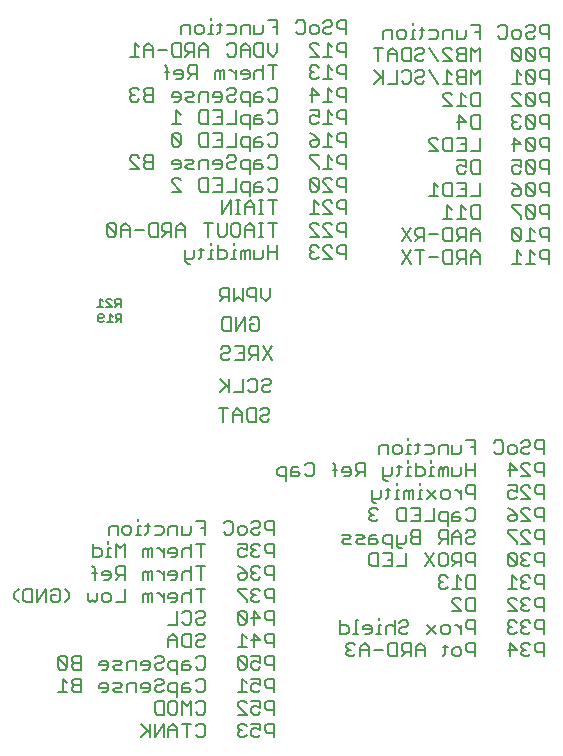
<source format=gbo>
G75*
%MOIN*%
%OFA0B0*%
%FSLAX25Y25*%
%IPPOS*%
%LPD*%
%AMOC8*
5,1,8,0,0,1.08239X$1,22.5*
%
%ADD10C,0.00500*%
D10*
X0063919Y0078250D02*
X0066921Y0078250D01*
X0065420Y0078250D02*
X0065420Y0082754D01*
X0066921Y0081253D01*
X0068522Y0081253D02*
X0069273Y0080502D01*
X0071525Y0080502D01*
X0071525Y0082754D02*
X0069273Y0082754D01*
X0068522Y0082003D01*
X0068522Y0081253D01*
X0069273Y0080502D02*
X0068522Y0079751D01*
X0068522Y0079001D01*
X0069273Y0078250D01*
X0071525Y0078250D01*
X0071525Y0082754D01*
X0071525Y0085750D02*
X0069273Y0085750D01*
X0068522Y0086501D01*
X0068522Y0087251D01*
X0069273Y0088002D01*
X0071525Y0088002D01*
X0071525Y0085750D02*
X0071525Y0090254D01*
X0069273Y0090254D01*
X0068522Y0089503D01*
X0068522Y0088753D01*
X0069273Y0088002D01*
X0066921Y0089503D02*
X0066170Y0090254D01*
X0064669Y0090254D01*
X0063919Y0089503D01*
X0066921Y0086501D01*
X0066170Y0085750D01*
X0064669Y0085750D01*
X0063919Y0086501D01*
X0063919Y0089503D01*
X0066921Y0089503D02*
X0066921Y0086501D01*
X0077730Y0087251D02*
X0080733Y0087251D01*
X0080733Y0086501D02*
X0080733Y0088002D01*
X0079982Y0088753D01*
X0078481Y0088753D01*
X0077730Y0088002D01*
X0077730Y0087251D01*
X0078481Y0085750D02*
X0079982Y0085750D01*
X0080733Y0086501D01*
X0082334Y0086501D02*
X0083085Y0087251D01*
X0084586Y0087251D01*
X0085337Y0088002D01*
X0084586Y0088753D01*
X0082334Y0088753D01*
X0082334Y0086501D02*
X0083085Y0085750D01*
X0085337Y0085750D01*
X0086938Y0085750D02*
X0086938Y0088002D01*
X0087689Y0088753D01*
X0089941Y0088753D01*
X0089941Y0085750D01*
X0091542Y0087251D02*
X0094545Y0087251D01*
X0094545Y0086501D02*
X0094545Y0088002D01*
X0093794Y0088753D01*
X0092293Y0088753D01*
X0091542Y0088002D01*
X0091542Y0087251D01*
X0092293Y0085750D02*
X0093794Y0085750D01*
X0094545Y0086501D01*
X0096146Y0086501D02*
X0096897Y0085750D01*
X0098398Y0085750D01*
X0099149Y0086501D01*
X0100750Y0086501D02*
X0101501Y0085750D01*
X0103753Y0085750D01*
X0103753Y0084249D02*
X0103753Y0088753D01*
X0101501Y0088753D01*
X0100750Y0088002D01*
X0100750Y0086501D01*
X0099149Y0088753D02*
X0098398Y0088002D01*
X0096897Y0088002D01*
X0096146Y0087251D01*
X0096146Y0086501D01*
X0096146Y0089503D02*
X0096897Y0090254D01*
X0098398Y0090254D01*
X0099149Y0089503D01*
X0099149Y0088753D01*
X0100750Y0093250D02*
X0100750Y0096253D01*
X0102251Y0097754D01*
X0103753Y0096253D01*
X0103753Y0093250D01*
X0105354Y0094001D02*
X0105354Y0097003D01*
X0106105Y0097754D01*
X0108356Y0097754D01*
X0108356Y0093250D01*
X0106105Y0093250D01*
X0105354Y0094001D01*
X0103753Y0095502D02*
X0100750Y0095502D01*
X0100750Y0100750D02*
X0103753Y0100750D01*
X0103753Y0105254D01*
X0105354Y0104503D02*
X0106105Y0105254D01*
X0107606Y0105254D01*
X0108356Y0104503D01*
X0108356Y0101501D01*
X0107606Y0100750D01*
X0106105Y0100750D01*
X0105354Y0101501D01*
X0109958Y0101501D02*
X0110708Y0100750D01*
X0112210Y0100750D01*
X0112960Y0101501D01*
X0112210Y0103002D02*
X0110708Y0103002D01*
X0109958Y0102251D01*
X0109958Y0101501D01*
X0112210Y0103002D02*
X0112960Y0103753D01*
X0112960Y0104503D01*
X0112210Y0105254D01*
X0110708Y0105254D01*
X0109958Y0104503D01*
X0111459Y0108250D02*
X0111459Y0112754D01*
X0112960Y0112754D02*
X0109958Y0112754D01*
X0108356Y0112754D02*
X0108356Y0108250D01*
X0108356Y0110502D02*
X0107606Y0111253D01*
X0106105Y0111253D01*
X0105354Y0110502D01*
X0105354Y0108250D01*
X0103753Y0109001D02*
X0103753Y0110502D01*
X0103002Y0111253D01*
X0101501Y0111253D01*
X0100750Y0110502D01*
X0100750Y0109751D01*
X0103753Y0109751D01*
X0103753Y0109001D02*
X0103002Y0108250D01*
X0101501Y0108250D01*
X0099149Y0108250D02*
X0099149Y0111253D01*
X0099149Y0109751D02*
X0097647Y0111253D01*
X0096897Y0111253D01*
X0095312Y0111253D02*
X0095312Y0108250D01*
X0093811Y0108250D02*
X0093811Y0110502D01*
X0093060Y0111253D01*
X0092309Y0110502D01*
X0092309Y0108250D01*
X0093811Y0110502D02*
X0094561Y0111253D01*
X0095312Y0111253D01*
X0095312Y0115750D02*
X0095312Y0118753D01*
X0094561Y0118753D01*
X0093811Y0118002D01*
X0093060Y0118753D01*
X0092309Y0118002D01*
X0092309Y0115750D01*
X0093811Y0115750D02*
X0093811Y0118002D01*
X0096897Y0118753D02*
X0097647Y0118753D01*
X0099149Y0117251D01*
X0099149Y0115750D02*
X0099149Y0118753D01*
X0100750Y0118002D02*
X0100750Y0117251D01*
X0103753Y0117251D01*
X0103753Y0116501D02*
X0103753Y0118002D01*
X0103002Y0118753D01*
X0101501Y0118753D01*
X0100750Y0118002D01*
X0101501Y0115750D02*
X0103002Y0115750D01*
X0103753Y0116501D01*
X0105354Y0115750D02*
X0105354Y0118002D01*
X0106105Y0118753D01*
X0107606Y0118753D01*
X0108356Y0118002D01*
X0108356Y0120254D02*
X0108356Y0115750D01*
X0111459Y0115750D02*
X0111459Y0120254D01*
X0112960Y0120254D02*
X0109958Y0120254D01*
X0111459Y0123250D02*
X0111459Y0127754D01*
X0112960Y0127754D02*
X0109958Y0127754D01*
X0108356Y0127754D02*
X0108356Y0123250D01*
X0108356Y0125502D02*
X0107606Y0126253D01*
X0106105Y0126253D01*
X0105354Y0125502D01*
X0105354Y0123250D01*
X0103753Y0124001D02*
X0103753Y0125502D01*
X0103002Y0126253D01*
X0101501Y0126253D01*
X0100750Y0125502D01*
X0100750Y0124751D01*
X0103753Y0124751D01*
X0103753Y0124001D02*
X0103002Y0123250D01*
X0101501Y0123250D01*
X0099149Y0123250D02*
X0099149Y0126253D01*
X0099149Y0124751D02*
X0097647Y0126253D01*
X0096897Y0126253D01*
X0095312Y0126253D02*
X0095312Y0123250D01*
X0093811Y0123250D02*
X0093811Y0125502D01*
X0093060Y0126253D01*
X0092309Y0125502D01*
X0092309Y0123250D01*
X0093811Y0125502D02*
X0094561Y0126253D01*
X0095312Y0126253D01*
X0096146Y0130750D02*
X0098398Y0130750D01*
X0099149Y0131501D01*
X0099149Y0133002D01*
X0098398Y0133753D01*
X0096146Y0133753D01*
X0094545Y0133753D02*
X0093043Y0133753D01*
X0093794Y0134503D02*
X0093794Y0131501D01*
X0093043Y0130750D01*
X0091475Y0130750D02*
X0089974Y0130750D01*
X0090725Y0130750D02*
X0090725Y0133753D01*
X0091475Y0133753D01*
X0090725Y0135254D02*
X0090725Y0136004D01*
X0088406Y0133002D02*
X0088406Y0131501D01*
X0087655Y0130750D01*
X0086154Y0130750D01*
X0085404Y0131501D01*
X0085404Y0133002D01*
X0086154Y0133753D01*
X0087655Y0133753D01*
X0088406Y0133002D01*
X0083802Y0133753D02*
X0083802Y0130750D01*
X0080800Y0130750D02*
X0080800Y0133002D01*
X0081550Y0133753D01*
X0083802Y0133753D01*
X0083102Y0127754D02*
X0083102Y0123250D01*
X0081500Y0123250D02*
X0079999Y0123250D01*
X0080750Y0123250D02*
X0080750Y0126253D01*
X0081500Y0126253D01*
X0080750Y0127754D02*
X0080750Y0128504D01*
X0083102Y0127754D02*
X0084603Y0126253D01*
X0086104Y0127754D01*
X0086104Y0123250D01*
X0086104Y0120254D02*
X0083852Y0120254D01*
X0083102Y0119503D01*
X0083102Y0118002D01*
X0083852Y0117251D01*
X0086104Y0117251D01*
X0086104Y0115750D02*
X0086104Y0120254D01*
X0084603Y0117251D02*
X0083102Y0115750D01*
X0081500Y0116501D02*
X0081500Y0118002D01*
X0080750Y0118753D01*
X0079248Y0118753D01*
X0078498Y0118002D01*
X0078498Y0117251D01*
X0081500Y0117251D01*
X0081500Y0116501D02*
X0080750Y0115750D01*
X0079248Y0115750D01*
X0076896Y0118002D02*
X0075395Y0118002D01*
X0076146Y0119503D02*
X0075395Y0120254D01*
X0076146Y0119503D02*
X0076146Y0115750D01*
X0076896Y0111253D02*
X0076896Y0109001D01*
X0076146Y0108250D01*
X0075395Y0109001D01*
X0074644Y0108250D01*
X0073894Y0109001D01*
X0073894Y0111253D01*
X0078498Y0110502D02*
X0079248Y0111253D01*
X0080750Y0111253D01*
X0081500Y0110502D01*
X0081500Y0109001D01*
X0080750Y0108250D01*
X0079248Y0108250D01*
X0078498Y0109001D01*
X0078498Y0110502D01*
X0083102Y0108250D02*
X0086104Y0108250D01*
X0086104Y0112754D01*
X0077680Y0123250D02*
X0078431Y0124001D01*
X0078431Y0125502D01*
X0077680Y0126253D01*
X0075428Y0126253D01*
X0075428Y0127754D02*
X0075428Y0123250D01*
X0077680Y0123250D01*
X0066187Y0112754D02*
X0067688Y0111253D01*
X0067688Y0109751D01*
X0066187Y0108250D01*
X0064619Y0109001D02*
X0064619Y0112003D01*
X0063869Y0112754D01*
X0062367Y0112754D01*
X0061617Y0112003D01*
X0061617Y0110502D02*
X0063118Y0110502D01*
X0061617Y0110502D02*
X0061617Y0109001D01*
X0062367Y0108250D01*
X0063869Y0108250D01*
X0064619Y0109001D01*
X0060015Y0108250D02*
X0060015Y0112754D01*
X0057013Y0108250D01*
X0057013Y0112754D01*
X0055411Y0112754D02*
X0055411Y0108250D01*
X0053159Y0108250D01*
X0052409Y0109001D01*
X0052409Y0112003D01*
X0053159Y0112754D01*
X0055411Y0112754D01*
X0050807Y0112754D02*
X0049306Y0111253D01*
X0049306Y0109751D01*
X0050807Y0108250D01*
X0078481Y0081253D02*
X0077730Y0080502D01*
X0077730Y0079751D01*
X0080733Y0079751D01*
X0080733Y0079001D02*
X0080733Y0080502D01*
X0079982Y0081253D01*
X0078481Y0081253D01*
X0078481Y0078250D02*
X0079982Y0078250D01*
X0080733Y0079001D01*
X0082334Y0079001D02*
X0083085Y0079751D01*
X0084586Y0079751D01*
X0085337Y0080502D01*
X0084586Y0081253D01*
X0082334Y0081253D01*
X0082334Y0079001D02*
X0083085Y0078250D01*
X0085337Y0078250D01*
X0086938Y0078250D02*
X0086938Y0080502D01*
X0087689Y0081253D01*
X0089941Y0081253D01*
X0089941Y0078250D01*
X0091542Y0079751D02*
X0094545Y0079751D01*
X0094545Y0079001D02*
X0094545Y0080502D01*
X0093794Y0081253D01*
X0092293Y0081253D01*
X0091542Y0080502D01*
X0091542Y0079751D01*
X0092293Y0078250D02*
X0093794Y0078250D01*
X0094545Y0079001D01*
X0096146Y0079001D02*
X0096146Y0079751D01*
X0096897Y0080502D01*
X0098398Y0080502D01*
X0099149Y0081253D01*
X0099149Y0082003D01*
X0098398Y0082754D01*
X0096897Y0082754D01*
X0096146Y0082003D01*
X0096146Y0079001D02*
X0096897Y0078250D01*
X0098398Y0078250D01*
X0099149Y0079001D01*
X0100750Y0079001D02*
X0101501Y0078250D01*
X0103753Y0078250D01*
X0103753Y0076749D02*
X0103753Y0081253D01*
X0101501Y0081253D01*
X0100750Y0080502D01*
X0100750Y0079001D01*
X0101501Y0075254D02*
X0100750Y0074503D01*
X0100750Y0071501D01*
X0101501Y0070750D01*
X0103002Y0070750D01*
X0103753Y0071501D01*
X0103753Y0074503D01*
X0103002Y0075254D01*
X0101501Y0075254D01*
X0099149Y0075254D02*
X0096897Y0075254D01*
X0096146Y0074503D01*
X0096146Y0071501D01*
X0096897Y0070750D01*
X0099149Y0070750D01*
X0099149Y0075254D01*
X0105354Y0075254D02*
X0105354Y0070750D01*
X0105354Y0067754D02*
X0108356Y0067754D01*
X0106855Y0067754D02*
X0106855Y0063250D01*
X0103753Y0063250D02*
X0103753Y0066253D01*
X0102251Y0067754D01*
X0100750Y0066253D01*
X0100750Y0063250D01*
X0099149Y0063250D02*
X0099149Y0067754D01*
X0096146Y0063250D01*
X0096146Y0067754D01*
X0094545Y0067754D02*
X0094545Y0063250D01*
X0094545Y0064751D02*
X0091542Y0067754D01*
X0093794Y0065502D02*
X0091542Y0063250D01*
X0100750Y0065502D02*
X0103753Y0065502D01*
X0109958Y0067003D02*
X0110708Y0067754D01*
X0112210Y0067754D01*
X0112960Y0067003D01*
X0112960Y0064001D01*
X0112210Y0063250D01*
X0110708Y0063250D01*
X0109958Y0064001D01*
X0110708Y0070750D02*
X0109958Y0071501D01*
X0110708Y0070750D02*
X0112210Y0070750D01*
X0112960Y0071501D01*
X0112960Y0074503D01*
X0112210Y0075254D01*
X0110708Y0075254D01*
X0109958Y0074503D01*
X0108356Y0075254D02*
X0106855Y0073753D01*
X0105354Y0075254D01*
X0105354Y0078250D02*
X0107606Y0078250D01*
X0108356Y0079001D01*
X0107606Y0079751D01*
X0105354Y0079751D01*
X0105354Y0080502D02*
X0105354Y0078250D01*
X0105354Y0080502D02*
X0106105Y0081253D01*
X0107606Y0081253D01*
X0109958Y0082003D02*
X0110708Y0082754D01*
X0112210Y0082754D01*
X0112960Y0082003D01*
X0112960Y0079001D01*
X0112210Y0078250D01*
X0110708Y0078250D01*
X0109958Y0079001D01*
X0108356Y0075254D02*
X0108356Y0070750D01*
X0107606Y0085750D02*
X0105354Y0085750D01*
X0105354Y0088002D01*
X0106105Y0088753D01*
X0107606Y0088753D01*
X0107606Y0087251D02*
X0105354Y0087251D01*
X0107606Y0087251D02*
X0108356Y0086501D01*
X0107606Y0085750D01*
X0109958Y0086501D02*
X0110708Y0085750D01*
X0112210Y0085750D01*
X0112960Y0086501D01*
X0112960Y0089503D01*
X0112210Y0090254D01*
X0110708Y0090254D01*
X0109958Y0089503D01*
X0110708Y0093250D02*
X0109958Y0094001D01*
X0109958Y0094751D01*
X0110708Y0095502D01*
X0112210Y0095502D01*
X0112960Y0096253D01*
X0112960Y0097003D01*
X0112210Y0097754D01*
X0110708Y0097754D01*
X0109958Y0097003D01*
X0110708Y0093250D02*
X0112210Y0093250D01*
X0112960Y0094001D01*
X0123770Y0093250D02*
X0126772Y0093250D01*
X0125271Y0093250D02*
X0125271Y0097754D01*
X0126772Y0096253D01*
X0128374Y0095502D02*
X0131376Y0095502D01*
X0129124Y0097754D01*
X0129124Y0093250D01*
X0128374Y0090254D02*
X0131376Y0090254D01*
X0131376Y0088002D01*
X0129875Y0088753D01*
X0129124Y0088753D01*
X0128374Y0088002D01*
X0128374Y0086501D01*
X0129124Y0085750D01*
X0130625Y0085750D01*
X0131376Y0086501D01*
X0132977Y0088002D02*
X0132977Y0089503D01*
X0133728Y0090254D01*
X0135980Y0090254D01*
X0135980Y0085750D01*
X0135980Y0087251D02*
X0133728Y0087251D01*
X0132977Y0088002D01*
X0133728Y0082754D02*
X0132977Y0082003D01*
X0132977Y0080502D01*
X0133728Y0079751D01*
X0135980Y0079751D01*
X0135980Y0078250D02*
X0135980Y0082754D01*
X0133728Y0082754D01*
X0131376Y0082754D02*
X0131376Y0080502D01*
X0129875Y0081253D01*
X0129124Y0081253D01*
X0128374Y0080502D01*
X0128374Y0079001D01*
X0129124Y0078250D01*
X0130625Y0078250D01*
X0131376Y0079001D01*
X0131376Y0075254D02*
X0128374Y0075254D01*
X0129124Y0073753D02*
X0128374Y0073002D01*
X0128374Y0071501D01*
X0129124Y0070750D01*
X0130625Y0070750D01*
X0131376Y0071501D01*
X0131376Y0073002D02*
X0129875Y0073753D01*
X0129124Y0073753D01*
X0131376Y0073002D02*
X0131376Y0075254D01*
X0132977Y0074503D02*
X0132977Y0073002D01*
X0133728Y0072251D01*
X0135980Y0072251D01*
X0135980Y0070750D02*
X0135980Y0075254D01*
X0133728Y0075254D01*
X0132977Y0074503D01*
X0133728Y0067754D02*
X0132977Y0067003D01*
X0132977Y0065502D01*
X0133728Y0064751D01*
X0135980Y0064751D01*
X0135980Y0063250D02*
X0135980Y0067754D01*
X0133728Y0067754D01*
X0131376Y0067754D02*
X0131376Y0065502D01*
X0129875Y0066253D01*
X0129124Y0066253D01*
X0128374Y0065502D01*
X0128374Y0064001D01*
X0129124Y0063250D01*
X0130625Y0063250D01*
X0131376Y0064001D01*
X0131376Y0067754D02*
X0128374Y0067754D01*
X0126772Y0067003D02*
X0126022Y0067754D01*
X0124520Y0067754D01*
X0123770Y0067003D01*
X0123770Y0066253D01*
X0124520Y0065502D01*
X0123770Y0064751D01*
X0123770Y0064001D01*
X0124520Y0063250D01*
X0126022Y0063250D01*
X0126772Y0064001D01*
X0125271Y0065502D02*
X0124520Y0065502D01*
X0123770Y0070750D02*
X0126772Y0070750D01*
X0123770Y0073753D01*
X0123770Y0074503D01*
X0124520Y0075254D01*
X0126022Y0075254D01*
X0126772Y0074503D01*
X0126772Y0078250D02*
X0123770Y0078250D01*
X0125271Y0078250D02*
X0125271Y0082754D01*
X0126772Y0081253D01*
X0128374Y0082754D02*
X0131376Y0082754D01*
X0126772Y0086501D02*
X0126772Y0089503D01*
X0126022Y0090254D01*
X0124520Y0090254D01*
X0123770Y0089503D01*
X0126772Y0086501D01*
X0126022Y0085750D01*
X0124520Y0085750D01*
X0123770Y0086501D01*
X0123770Y0089503D01*
X0124520Y0100750D02*
X0126022Y0100750D01*
X0126772Y0101501D01*
X0123770Y0104503D01*
X0123770Y0101501D01*
X0124520Y0100750D01*
X0126772Y0101501D02*
X0126772Y0104503D01*
X0126022Y0105254D01*
X0124520Y0105254D01*
X0123770Y0104503D01*
X0126772Y0108250D02*
X0126772Y0109001D01*
X0123770Y0112003D01*
X0123770Y0112754D01*
X0126772Y0112754D01*
X0128374Y0112003D02*
X0128374Y0111253D01*
X0129124Y0110502D01*
X0128374Y0109751D01*
X0128374Y0109001D01*
X0129124Y0108250D01*
X0130625Y0108250D01*
X0131376Y0109001D01*
X0129875Y0110502D02*
X0129124Y0110502D01*
X0128374Y0112003D02*
X0129124Y0112754D01*
X0130625Y0112754D01*
X0131376Y0112003D01*
X0132977Y0112003D02*
X0132977Y0110502D01*
X0133728Y0109751D01*
X0135980Y0109751D01*
X0135980Y0108250D02*
X0135980Y0112754D01*
X0133728Y0112754D01*
X0132977Y0112003D01*
X0130625Y0115750D02*
X0131376Y0116501D01*
X0130625Y0115750D02*
X0129124Y0115750D01*
X0128374Y0116501D01*
X0128374Y0117251D01*
X0129124Y0118002D01*
X0129875Y0118002D01*
X0129124Y0118002D02*
X0128374Y0118753D01*
X0128374Y0119503D01*
X0129124Y0120254D01*
X0130625Y0120254D01*
X0131376Y0119503D01*
X0132977Y0119503D02*
X0133728Y0120254D01*
X0135980Y0120254D01*
X0135980Y0115750D01*
X0135980Y0117251D02*
X0133728Y0117251D01*
X0132977Y0118002D01*
X0132977Y0119503D01*
X0130625Y0123250D02*
X0131376Y0124001D01*
X0130625Y0123250D02*
X0129124Y0123250D01*
X0128374Y0124001D01*
X0128374Y0124751D01*
X0129124Y0125502D01*
X0129875Y0125502D01*
X0129124Y0125502D02*
X0128374Y0126253D01*
X0128374Y0127003D01*
X0129124Y0127754D01*
X0130625Y0127754D01*
X0131376Y0127003D01*
X0132977Y0127003D02*
X0132977Y0125502D01*
X0133728Y0124751D01*
X0135980Y0124751D01*
X0135980Y0123250D02*
X0135980Y0127754D01*
X0133728Y0127754D01*
X0132977Y0127003D01*
X0130625Y0130750D02*
X0131376Y0131501D01*
X0130625Y0130750D02*
X0129124Y0130750D01*
X0128374Y0131501D01*
X0128374Y0132251D01*
X0129124Y0133002D01*
X0130625Y0133002D01*
X0131376Y0133753D01*
X0131376Y0134503D01*
X0130625Y0135254D01*
X0129124Y0135254D01*
X0128374Y0134503D01*
X0126772Y0133002D02*
X0126772Y0131501D01*
X0126022Y0130750D01*
X0124520Y0130750D01*
X0123770Y0131501D01*
X0123770Y0133002D01*
X0124520Y0133753D01*
X0126022Y0133753D01*
X0126772Y0133002D01*
X0122168Y0134503D02*
X0122168Y0131501D01*
X0121418Y0130750D01*
X0119916Y0130750D01*
X0119166Y0131501D01*
X0119166Y0134503D02*
X0119916Y0135254D01*
X0121418Y0135254D01*
X0122168Y0134503D01*
X0123770Y0127754D02*
X0126772Y0127754D01*
X0126772Y0125502D01*
X0125271Y0126253D01*
X0124520Y0126253D01*
X0123770Y0125502D01*
X0123770Y0124001D01*
X0124520Y0123250D01*
X0126022Y0123250D01*
X0126772Y0124001D01*
X0125271Y0119503D02*
X0123770Y0120254D01*
X0125271Y0119503D02*
X0126772Y0118002D01*
X0124520Y0118002D01*
X0123770Y0117251D01*
X0123770Y0116501D01*
X0124520Y0115750D01*
X0126022Y0115750D01*
X0126772Y0116501D01*
X0126772Y0118002D01*
X0129124Y0105254D02*
X0131376Y0103002D01*
X0128374Y0103002D01*
X0129124Y0100750D02*
X0129124Y0105254D01*
X0132977Y0104503D02*
X0132977Y0103002D01*
X0133728Y0102251D01*
X0135980Y0102251D01*
X0135980Y0100750D02*
X0135980Y0105254D01*
X0133728Y0105254D01*
X0132977Y0104503D01*
X0133728Y0097754D02*
X0132977Y0097003D01*
X0132977Y0095502D01*
X0133728Y0094751D01*
X0135980Y0094751D01*
X0135980Y0093250D02*
X0135980Y0097754D01*
X0133728Y0097754D01*
X0157775Y0097740D02*
X0160027Y0097740D01*
X0160778Y0098491D01*
X0160778Y0099992D01*
X0160027Y0100743D01*
X0157775Y0100743D01*
X0157775Y0102244D02*
X0157775Y0097740D01*
X0160828Y0094744D02*
X0160077Y0093993D01*
X0160077Y0093243D01*
X0160828Y0092492D01*
X0160077Y0091741D01*
X0160077Y0090991D01*
X0160828Y0090240D01*
X0162329Y0090240D01*
X0163080Y0090991D01*
X0164681Y0090240D02*
X0164681Y0093243D01*
X0166182Y0094744D01*
X0167684Y0093243D01*
X0167684Y0090240D01*
X0167684Y0092492D02*
X0164681Y0092492D01*
X0163080Y0093993D02*
X0162329Y0094744D01*
X0160828Y0094744D01*
X0160828Y0092492D02*
X0161578Y0092492D01*
X0162346Y0097740D02*
X0163847Y0097740D01*
X0163096Y0097740D02*
X0163096Y0102244D01*
X0163847Y0102244D01*
X0165448Y0099992D02*
X0165448Y0099241D01*
X0168451Y0099241D01*
X0168451Y0098491D02*
X0168451Y0099992D01*
X0167700Y0100743D01*
X0166199Y0100743D01*
X0165448Y0099992D01*
X0166199Y0097740D02*
X0167700Y0097740D01*
X0168451Y0098491D01*
X0170019Y0097740D02*
X0171520Y0097740D01*
X0170770Y0097740D02*
X0170770Y0100743D01*
X0171520Y0100743D01*
X0170770Y0102244D02*
X0170770Y0102994D01*
X0173122Y0099992D02*
X0173122Y0097740D01*
X0173122Y0099992D02*
X0173872Y0100743D01*
X0175373Y0100743D01*
X0176124Y0099992D01*
X0177726Y0099241D02*
X0177726Y0098491D01*
X0178476Y0097740D01*
X0179977Y0097740D01*
X0180728Y0098491D01*
X0179977Y0099992D02*
X0178476Y0099992D01*
X0177726Y0099241D01*
X0176124Y0097740D02*
X0176124Y0102244D01*
X0177726Y0101493D02*
X0178476Y0102244D01*
X0179977Y0102244D01*
X0180728Y0101493D01*
X0180728Y0100743D01*
X0179977Y0099992D01*
X0179243Y0094744D02*
X0178493Y0093993D01*
X0178493Y0092492D01*
X0179243Y0091741D01*
X0181495Y0091741D01*
X0179994Y0091741D02*
X0178493Y0090240D01*
X0176891Y0090240D02*
X0176891Y0094744D01*
X0174640Y0094744D01*
X0173889Y0093993D01*
X0173889Y0090991D01*
X0174640Y0090240D01*
X0176891Y0090240D01*
X0179243Y0094744D02*
X0181495Y0094744D01*
X0181495Y0090240D01*
X0183097Y0090240D02*
X0183097Y0093243D01*
X0184598Y0094744D01*
X0186099Y0093243D01*
X0186099Y0090240D01*
X0186099Y0092492D02*
X0183097Y0092492D01*
X0186933Y0097740D02*
X0189936Y0100743D01*
X0191537Y0099992D02*
X0192288Y0100743D01*
X0193789Y0100743D01*
X0194540Y0099992D01*
X0194540Y0098491D01*
X0193789Y0097740D01*
X0192288Y0097740D01*
X0191537Y0098491D01*
X0191537Y0099992D01*
X0189936Y0097740D02*
X0186933Y0100743D01*
X0193022Y0093993D02*
X0193022Y0090991D01*
X0192271Y0090240D01*
X0192271Y0093243D02*
X0193773Y0093243D01*
X0195374Y0092492D02*
X0195374Y0090991D01*
X0196125Y0090240D01*
X0197626Y0090240D01*
X0198376Y0090991D01*
X0198376Y0092492D01*
X0197626Y0093243D01*
X0196125Y0093243D01*
X0195374Y0092492D01*
X0199978Y0092492D02*
X0200728Y0091741D01*
X0202980Y0091741D01*
X0202980Y0090240D02*
X0202980Y0094744D01*
X0200728Y0094744D01*
X0199978Y0093993D01*
X0199978Y0092492D01*
X0198376Y0097740D02*
X0198376Y0100743D01*
X0196875Y0100743D02*
X0198376Y0099241D01*
X0199978Y0099992D02*
X0200728Y0099241D01*
X0202980Y0099241D01*
X0202980Y0097740D02*
X0202980Y0102244D01*
X0200728Y0102244D01*
X0199978Y0101493D01*
X0199978Y0099992D01*
X0196875Y0100743D02*
X0196125Y0100743D01*
X0195374Y0105240D02*
X0198376Y0105240D01*
X0195374Y0108243D01*
X0195374Y0108993D01*
X0196125Y0109744D01*
X0197626Y0109744D01*
X0198376Y0108993D01*
X0199978Y0108993D02*
X0200728Y0109744D01*
X0202980Y0109744D01*
X0202980Y0105240D01*
X0200728Y0105240D01*
X0199978Y0105991D01*
X0199978Y0108993D01*
X0200728Y0112740D02*
X0199978Y0113491D01*
X0199978Y0116493D01*
X0200728Y0117244D01*
X0202980Y0117244D01*
X0202980Y0112740D01*
X0200728Y0112740D01*
X0198376Y0112740D02*
X0195374Y0112740D01*
X0196875Y0112740D02*
X0196875Y0117244D01*
X0198376Y0115743D01*
X0198376Y0120240D02*
X0198376Y0124744D01*
X0196125Y0124744D01*
X0195374Y0123993D01*
X0195374Y0122492D01*
X0196125Y0121741D01*
X0198376Y0121741D01*
X0196875Y0121741D02*
X0195374Y0120240D01*
X0193773Y0120991D02*
X0193773Y0123993D01*
X0193022Y0124744D01*
X0191521Y0124744D01*
X0190770Y0123993D01*
X0190770Y0120991D01*
X0191521Y0120240D01*
X0193022Y0120240D01*
X0193773Y0120991D01*
X0193022Y0117244D02*
X0191521Y0117244D01*
X0190770Y0116493D01*
X0190770Y0115743D01*
X0191521Y0114992D01*
X0190770Y0114241D01*
X0190770Y0113491D01*
X0191521Y0112740D01*
X0193022Y0112740D01*
X0193773Y0113491D01*
X0192271Y0114992D02*
X0191521Y0114992D01*
X0193773Y0116493D02*
X0193022Y0117244D01*
X0189169Y0120240D02*
X0186166Y0124744D01*
X0189169Y0124744D02*
X0186166Y0120240D01*
X0179961Y0120240D02*
X0176958Y0120240D01*
X0175357Y0120240D02*
X0172354Y0120240D01*
X0170753Y0120240D02*
X0170753Y0124744D01*
X0168501Y0124744D01*
X0167750Y0123993D01*
X0167750Y0120991D01*
X0168501Y0120240D01*
X0170753Y0120240D01*
X0173856Y0122492D02*
X0175357Y0122492D01*
X0175357Y0124744D02*
X0175357Y0120240D01*
X0175357Y0124744D02*
X0172354Y0124744D01*
X0173105Y0127740D02*
X0175357Y0127740D01*
X0175357Y0126239D02*
X0175357Y0130743D01*
X0173105Y0130743D01*
X0172354Y0129992D01*
X0172354Y0128491D01*
X0173105Y0127740D01*
X0170753Y0128491D02*
X0170002Y0129241D01*
X0167750Y0129241D01*
X0167750Y0129992D02*
X0167750Y0127740D01*
X0170002Y0127740D01*
X0170753Y0128491D01*
X0170002Y0130743D02*
X0168501Y0130743D01*
X0167750Y0129992D01*
X0166149Y0129992D02*
X0165398Y0129241D01*
X0163897Y0129241D01*
X0163146Y0128491D01*
X0163897Y0127740D01*
X0166149Y0127740D01*
X0166149Y0129992D02*
X0165398Y0130743D01*
X0163146Y0130743D01*
X0161545Y0129992D02*
X0160794Y0130743D01*
X0158542Y0130743D01*
X0159293Y0129241D02*
X0160794Y0129241D01*
X0161545Y0129992D01*
X0161545Y0127740D02*
X0159293Y0127740D01*
X0158542Y0128491D01*
X0159293Y0129241D01*
X0167750Y0135991D02*
X0167750Y0136741D01*
X0168501Y0137492D01*
X0169252Y0137492D01*
X0168501Y0137492D02*
X0167750Y0138243D01*
X0167750Y0138993D01*
X0168501Y0139744D01*
X0170002Y0139744D01*
X0170753Y0138993D01*
X0170019Y0141239D02*
X0169268Y0141239D01*
X0168518Y0141989D01*
X0168518Y0145743D01*
X0171520Y0145743D02*
X0171520Y0143491D01*
X0170770Y0142740D01*
X0168518Y0142740D01*
X0173088Y0142740D02*
X0173839Y0143491D01*
X0173839Y0146493D01*
X0174590Y0145743D02*
X0173088Y0145743D01*
X0173105Y0148739D02*
X0173856Y0148739D01*
X0173105Y0148739D02*
X0172354Y0149489D01*
X0172354Y0153243D01*
X0175357Y0153243D02*
X0175357Y0150991D01*
X0174606Y0150240D01*
X0172354Y0150240D01*
X0176925Y0150240D02*
X0177675Y0150991D01*
X0177675Y0153993D01*
X0176925Y0153243D02*
X0178426Y0153243D01*
X0180745Y0153243D02*
X0180745Y0150240D01*
X0181495Y0150240D02*
X0179994Y0150240D01*
X0180745Y0153243D02*
X0181495Y0153243D01*
X0183097Y0153243D02*
X0185349Y0153243D01*
X0186099Y0152492D01*
X0186099Y0150991D01*
X0185349Y0150240D01*
X0183097Y0150240D01*
X0183097Y0154744D01*
X0180745Y0154744D02*
X0180745Y0155494D01*
X0180745Y0157740D02*
X0180745Y0160743D01*
X0181495Y0160743D01*
X0183063Y0160743D02*
X0184565Y0160743D01*
X0183814Y0161493D02*
X0183814Y0158491D01*
X0183063Y0157740D01*
X0181495Y0157740D02*
X0179994Y0157740D01*
X0178426Y0158491D02*
X0177675Y0157740D01*
X0176174Y0157740D01*
X0175424Y0158491D01*
X0175424Y0159992D01*
X0176174Y0160743D01*
X0177675Y0160743D01*
X0178426Y0159992D01*
X0178426Y0158491D01*
X0180745Y0162244D02*
X0180745Y0162994D01*
X0186166Y0160743D02*
X0188418Y0160743D01*
X0189169Y0159992D01*
X0189169Y0158491D01*
X0188418Y0157740D01*
X0186166Y0157740D01*
X0188418Y0155494D02*
X0188418Y0154744D01*
X0188418Y0153243D02*
X0188418Y0150240D01*
X0189169Y0150240D02*
X0187667Y0150240D01*
X0188418Y0153243D02*
X0189169Y0153243D01*
X0190770Y0152492D02*
X0190770Y0150240D01*
X0192271Y0150240D02*
X0192271Y0152492D01*
X0191521Y0153243D01*
X0190770Y0152492D01*
X0192271Y0152492D02*
X0193022Y0153243D01*
X0193773Y0153243D01*
X0193773Y0150240D01*
X0195374Y0150240D02*
X0195374Y0153243D01*
X0198376Y0153243D02*
X0198376Y0150991D01*
X0197626Y0150240D01*
X0195374Y0150240D01*
X0196125Y0145743D02*
X0196875Y0145743D01*
X0198376Y0144241D01*
X0198376Y0142740D02*
X0198376Y0145743D01*
X0199978Y0146493D02*
X0199978Y0144992D01*
X0200728Y0144241D01*
X0202980Y0144241D01*
X0202980Y0142740D02*
X0202980Y0147244D01*
X0200728Y0147244D01*
X0199978Y0146493D01*
X0199978Y0150240D02*
X0199978Y0154744D01*
X0199978Y0152492D02*
X0202980Y0152492D01*
X0202980Y0150240D02*
X0202980Y0154744D01*
X0202980Y0157740D02*
X0202980Y0162244D01*
X0199978Y0162244D01*
X0198376Y0160743D02*
X0198376Y0158491D01*
X0197626Y0157740D01*
X0195374Y0157740D01*
X0195374Y0160743D01*
X0193773Y0160743D02*
X0193773Y0157740D01*
X0193773Y0160743D02*
X0191521Y0160743D01*
X0190770Y0159992D01*
X0190770Y0157740D01*
X0184581Y0147994D02*
X0184581Y0147244D01*
X0184581Y0145743D02*
X0184581Y0142740D01*
X0183831Y0142740D02*
X0185332Y0142740D01*
X0186933Y0142740D02*
X0189936Y0145743D01*
X0191537Y0144992D02*
X0192288Y0145743D01*
X0193789Y0145743D01*
X0194540Y0144992D01*
X0194540Y0143491D01*
X0193789Y0142740D01*
X0192288Y0142740D01*
X0191537Y0143491D01*
X0191537Y0144992D01*
X0189936Y0142740D02*
X0186933Y0145743D01*
X0185332Y0145743D02*
X0184581Y0145743D01*
X0182263Y0145743D02*
X0182263Y0142740D01*
X0180761Y0142740D02*
X0180761Y0144992D01*
X0180011Y0145743D01*
X0179260Y0144992D01*
X0179260Y0142740D01*
X0177659Y0142740D02*
X0176158Y0142740D01*
X0176908Y0142740D02*
X0176908Y0145743D01*
X0177659Y0145743D01*
X0176908Y0147244D02*
X0176908Y0147994D01*
X0180761Y0144992D02*
X0181512Y0145743D01*
X0182263Y0145743D01*
X0181562Y0139744D02*
X0184565Y0139744D01*
X0184565Y0135240D01*
X0181562Y0135240D01*
X0179961Y0135240D02*
X0177709Y0135240D01*
X0176958Y0135991D01*
X0176958Y0138993D01*
X0177709Y0139744D01*
X0179961Y0139744D01*
X0179961Y0135240D01*
X0182313Y0132244D02*
X0181562Y0131493D01*
X0181562Y0130743D01*
X0182313Y0129992D01*
X0184565Y0129992D01*
X0184565Y0132244D02*
X0182313Y0132244D01*
X0184565Y0132244D02*
X0184565Y0127740D01*
X0182313Y0127740D01*
X0181562Y0128491D01*
X0181562Y0129241D01*
X0182313Y0129992D01*
X0179961Y0130743D02*
X0179961Y0128491D01*
X0179210Y0127740D01*
X0176958Y0127740D01*
X0176958Y0126989D02*
X0177709Y0126239D01*
X0178459Y0126239D01*
X0176958Y0126989D02*
X0176958Y0130743D01*
X0179961Y0124744D02*
X0179961Y0120240D01*
X0190770Y0127740D02*
X0192271Y0129241D01*
X0191521Y0129241D02*
X0193773Y0129241D01*
X0193773Y0127740D02*
X0193773Y0132244D01*
X0191521Y0132244D01*
X0190770Y0131493D01*
X0190770Y0129992D01*
X0191521Y0129241D01*
X0195374Y0129992D02*
X0198376Y0129992D01*
X0198376Y0130743D02*
X0196875Y0132244D01*
X0195374Y0130743D01*
X0195374Y0127740D01*
X0198376Y0127740D02*
X0198376Y0130743D01*
X0199978Y0131493D02*
X0200728Y0132244D01*
X0202230Y0132244D01*
X0202980Y0131493D01*
X0202980Y0130743D01*
X0202230Y0129992D01*
X0200728Y0129992D01*
X0199978Y0129241D01*
X0199978Y0128491D01*
X0200728Y0127740D01*
X0202230Y0127740D01*
X0202980Y0128491D01*
X0202980Y0124744D02*
X0200728Y0124744D01*
X0199978Y0123993D01*
X0199978Y0122492D01*
X0200728Y0121741D01*
X0202980Y0121741D01*
X0202980Y0120240D02*
X0202980Y0124744D01*
X0202230Y0135240D02*
X0200728Y0135240D01*
X0199978Y0135991D01*
X0198376Y0135991D02*
X0197626Y0136741D01*
X0195374Y0136741D01*
X0195374Y0137492D02*
X0195374Y0135240D01*
X0197626Y0135240D01*
X0198376Y0135991D01*
X0197626Y0138243D02*
X0196125Y0138243D01*
X0195374Y0137492D01*
X0193773Y0138243D02*
X0193773Y0133739D01*
X0193773Y0135240D02*
X0191521Y0135240D01*
X0190770Y0135991D01*
X0190770Y0137492D01*
X0191521Y0138243D01*
X0193773Y0138243D01*
X0189169Y0139744D02*
X0189169Y0135240D01*
X0186166Y0135240D01*
X0184565Y0137492D02*
X0183063Y0137492D01*
X0170753Y0135991D02*
X0170002Y0135240D01*
X0168501Y0135240D01*
X0167750Y0135991D01*
X0166149Y0150240D02*
X0166149Y0154744D01*
X0163897Y0154744D01*
X0163146Y0153993D01*
X0163146Y0152492D01*
X0163897Y0151741D01*
X0166149Y0151741D01*
X0164648Y0151741D02*
X0163146Y0150240D01*
X0161545Y0150991D02*
X0161545Y0152492D01*
X0160794Y0153243D01*
X0159293Y0153243D01*
X0158542Y0152492D01*
X0158542Y0151741D01*
X0161545Y0151741D01*
X0161545Y0150991D02*
X0160794Y0150240D01*
X0159293Y0150240D01*
X0156190Y0150240D02*
X0156190Y0153993D01*
X0155440Y0154744D01*
X0155440Y0152492D02*
X0156941Y0152492D01*
X0149268Y0153993D02*
X0149268Y0150991D01*
X0148517Y0150240D01*
X0147016Y0150240D01*
X0146265Y0150991D01*
X0144664Y0150991D02*
X0143913Y0151741D01*
X0141661Y0151741D01*
X0141661Y0152492D02*
X0141661Y0150240D01*
X0143913Y0150240D01*
X0144664Y0150991D01*
X0143913Y0153243D02*
X0142412Y0153243D01*
X0141661Y0152492D01*
X0140060Y0153243D02*
X0140060Y0148739D01*
X0140060Y0150240D02*
X0137808Y0150240D01*
X0137058Y0150991D01*
X0137058Y0152492D01*
X0137808Y0153243D01*
X0140060Y0153243D01*
X0146265Y0153993D02*
X0147016Y0154744D01*
X0148517Y0154744D01*
X0149268Y0153993D01*
X0134380Y0169181D02*
X0133629Y0168430D01*
X0132128Y0168430D01*
X0131377Y0169181D01*
X0131377Y0169931D01*
X0132128Y0170682D01*
X0133629Y0170682D01*
X0134380Y0171433D01*
X0134380Y0172183D01*
X0133629Y0172934D01*
X0132128Y0172934D01*
X0131377Y0172183D01*
X0129776Y0172934D02*
X0129776Y0168430D01*
X0127524Y0168430D01*
X0126774Y0169181D01*
X0126774Y0172183D01*
X0127524Y0172934D01*
X0129776Y0172934D01*
X0125172Y0171433D02*
X0125172Y0168430D01*
X0125172Y0170682D02*
X0122170Y0170682D01*
X0122170Y0171433D02*
X0122170Y0168430D01*
X0122170Y0171433D02*
X0123671Y0172934D01*
X0125172Y0171433D01*
X0120568Y0172934D02*
X0117566Y0172934D01*
X0119067Y0172934D02*
X0119067Y0168430D01*
X0118046Y0178270D02*
X0120298Y0180522D01*
X0121048Y0179771D02*
X0118046Y0182774D01*
X0121048Y0182774D02*
X0121048Y0178270D01*
X0122650Y0178270D02*
X0125652Y0178270D01*
X0125652Y0182774D01*
X0127254Y0182023D02*
X0128004Y0182774D01*
X0129505Y0182774D01*
X0130256Y0182023D01*
X0130256Y0179021D01*
X0129505Y0178270D01*
X0128004Y0178270D01*
X0127254Y0179021D01*
X0131857Y0179021D02*
X0132608Y0178270D01*
X0134109Y0178270D01*
X0134860Y0179021D01*
X0134109Y0180522D02*
X0132608Y0180522D01*
X0131857Y0179771D01*
X0131857Y0179021D01*
X0134109Y0180522D02*
X0134860Y0181273D01*
X0134860Y0182023D01*
X0134109Y0182774D01*
X0132608Y0182774D01*
X0131857Y0182023D01*
X0132097Y0189050D02*
X0135100Y0193554D01*
X0132097Y0193554D02*
X0135100Y0189050D01*
X0130496Y0189050D02*
X0130496Y0193554D01*
X0128244Y0193554D01*
X0127494Y0192803D01*
X0127494Y0191302D01*
X0128244Y0190551D01*
X0130496Y0190551D01*
X0128995Y0190551D02*
X0127494Y0189050D01*
X0125892Y0189050D02*
X0122890Y0189050D01*
X0121288Y0189801D02*
X0120538Y0189050D01*
X0119036Y0189050D01*
X0118286Y0189801D01*
X0118286Y0190551D01*
X0119036Y0191302D01*
X0120538Y0191302D01*
X0121288Y0192053D01*
X0121288Y0192803D01*
X0120538Y0193554D01*
X0119036Y0193554D01*
X0118286Y0192803D01*
X0122890Y0193554D02*
X0125892Y0193554D01*
X0125892Y0189050D01*
X0125892Y0191302D02*
X0124391Y0191302D01*
X0123264Y0198660D02*
X0123264Y0203164D01*
X0121662Y0203164D02*
X0119410Y0203164D01*
X0118660Y0202413D01*
X0118660Y0199411D01*
X0119410Y0198660D01*
X0121662Y0198660D01*
X0121662Y0203164D01*
X0126266Y0203164D02*
X0123264Y0198660D01*
X0126266Y0198660D02*
X0126266Y0203164D01*
X0127867Y0202413D02*
X0128618Y0203164D01*
X0130119Y0203164D01*
X0130870Y0202413D01*
X0130870Y0199411D01*
X0130119Y0198660D01*
X0128618Y0198660D01*
X0127867Y0199411D01*
X0127867Y0200912D01*
X0129369Y0200912D01*
X0130026Y0208500D02*
X0130026Y0213004D01*
X0127774Y0213004D01*
X0127024Y0212253D01*
X0127024Y0210752D01*
X0127774Y0210001D01*
X0130026Y0210001D01*
X0131627Y0210001D02*
X0131627Y0213004D01*
X0131627Y0210001D02*
X0133129Y0208500D01*
X0134630Y0210001D01*
X0134630Y0213004D01*
X0125422Y0213004D02*
X0125422Y0208500D01*
X0123921Y0210001D01*
X0122420Y0208500D01*
X0122420Y0213004D01*
X0120818Y0213004D02*
X0118566Y0213004D01*
X0117816Y0212253D01*
X0117816Y0210752D01*
X0118566Y0210001D01*
X0120818Y0210001D01*
X0120818Y0208500D02*
X0120818Y0213004D01*
X0119317Y0210001D02*
X0117816Y0208500D01*
X0107876Y0221159D02*
X0107125Y0221159D01*
X0106374Y0221909D01*
X0106374Y0225663D01*
X0109377Y0225663D02*
X0109377Y0223411D01*
X0108626Y0222660D01*
X0106374Y0222660D01*
X0110945Y0222660D02*
X0111695Y0223411D01*
X0111695Y0226413D01*
X0110945Y0225663D02*
X0112446Y0225663D01*
X0114765Y0225663D02*
X0114765Y0222660D01*
X0115515Y0222660D02*
X0114014Y0222660D01*
X0114765Y0225663D02*
X0115515Y0225663D01*
X0117117Y0225663D02*
X0119369Y0225663D01*
X0120119Y0224912D01*
X0120119Y0223411D01*
X0119369Y0222660D01*
X0117117Y0222660D01*
X0117117Y0227164D01*
X0114765Y0227164D02*
X0114765Y0227914D01*
X0114014Y0230160D02*
X0114014Y0234664D01*
X0115515Y0234664D02*
X0112513Y0234664D01*
X0117117Y0234664D02*
X0117117Y0230911D01*
X0117867Y0230160D01*
X0119369Y0230160D01*
X0120119Y0230911D01*
X0120119Y0234664D01*
X0121721Y0233913D02*
X0122471Y0234664D01*
X0123973Y0234664D01*
X0124723Y0233913D01*
X0124723Y0230911D01*
X0123973Y0230160D01*
X0122471Y0230160D01*
X0121721Y0230911D01*
X0121721Y0233913D01*
X0126325Y0233163D02*
X0126325Y0230160D01*
X0126325Y0232412D02*
X0129327Y0232412D01*
X0129327Y0233163D02*
X0127826Y0234664D01*
X0126325Y0233163D01*
X0129327Y0233163D02*
X0129327Y0230160D01*
X0130895Y0230160D02*
X0132396Y0230160D01*
X0131646Y0230160D02*
X0131646Y0234664D01*
X0132396Y0234664D02*
X0130895Y0234664D01*
X0130895Y0237660D02*
X0132396Y0237660D01*
X0131646Y0237660D02*
X0131646Y0242164D01*
X0132396Y0242164D02*
X0130895Y0242164D01*
X0129327Y0240663D02*
X0129327Y0237660D01*
X0129327Y0239912D02*
X0126325Y0239912D01*
X0126325Y0240663D02*
X0126325Y0237660D01*
X0124723Y0237660D02*
X0123222Y0237660D01*
X0123973Y0237660D02*
X0123973Y0242164D01*
X0124723Y0242164D02*
X0123222Y0242164D01*
X0121654Y0242164D02*
X0118651Y0237660D01*
X0118651Y0242164D01*
X0118585Y0245160D02*
X0115582Y0245160D01*
X0113981Y0245160D02*
X0111729Y0245160D01*
X0110978Y0245911D01*
X0110978Y0248913D01*
X0111729Y0249664D01*
X0113981Y0249664D01*
X0113981Y0245160D01*
X0117083Y0247412D02*
X0118585Y0247412D01*
X0118585Y0249664D02*
X0118585Y0245160D01*
X0120186Y0245160D02*
X0123189Y0245160D01*
X0123189Y0249664D01*
X0124790Y0247412D02*
X0124790Y0245911D01*
X0125541Y0245160D01*
X0127793Y0245160D01*
X0127793Y0243659D02*
X0127793Y0248163D01*
X0125541Y0248163D01*
X0124790Y0247412D01*
X0129394Y0247412D02*
X0129394Y0245160D01*
X0131646Y0245160D01*
X0132396Y0245911D01*
X0131646Y0246661D01*
X0129394Y0246661D01*
X0129394Y0247412D02*
X0130145Y0248163D01*
X0131646Y0248163D01*
X0133998Y0248913D02*
X0134748Y0249664D01*
X0136250Y0249664D01*
X0137000Y0248913D01*
X0137000Y0245911D01*
X0136250Y0245160D01*
X0134748Y0245160D01*
X0133998Y0245911D01*
X0133998Y0242164D02*
X0137000Y0242164D01*
X0135499Y0242164D02*
X0135499Y0237660D01*
X0135499Y0234664D02*
X0135499Y0230160D01*
X0133998Y0227164D02*
X0133998Y0222660D01*
X0132396Y0223411D02*
X0132396Y0225663D01*
X0133998Y0224912D02*
X0137000Y0224912D01*
X0137000Y0222660D02*
X0137000Y0227164D01*
X0132396Y0223411D02*
X0131646Y0222660D01*
X0129394Y0222660D01*
X0129394Y0225663D01*
X0127793Y0225663D02*
X0127042Y0225663D01*
X0126291Y0224912D01*
X0125541Y0225663D01*
X0124790Y0224912D01*
X0124790Y0222660D01*
X0126291Y0222660D02*
X0126291Y0224912D01*
X0127793Y0225663D02*
X0127793Y0222660D01*
X0123189Y0222660D02*
X0121687Y0222660D01*
X0122438Y0222660D02*
X0122438Y0225663D01*
X0123189Y0225663D01*
X0122438Y0227164D02*
X0122438Y0227914D01*
X0121654Y0237660D02*
X0121654Y0242164D01*
X0126325Y0240663D02*
X0127826Y0242164D01*
X0129327Y0240663D01*
X0133998Y0234664D02*
X0137000Y0234664D01*
X0147810Y0233913D02*
X0148560Y0234664D01*
X0150062Y0234664D01*
X0150812Y0233913D01*
X0152414Y0233913D02*
X0153164Y0234664D01*
X0154665Y0234664D01*
X0155416Y0233913D01*
X0157017Y0233913D02*
X0157017Y0232412D01*
X0157768Y0231661D01*
X0160020Y0231661D01*
X0160020Y0230160D02*
X0160020Y0234664D01*
X0157768Y0234664D01*
X0157017Y0233913D01*
X0155416Y0230160D02*
X0152414Y0233163D01*
X0152414Y0233913D01*
X0152414Y0230160D02*
X0155416Y0230160D01*
X0154665Y0227164D02*
X0155416Y0226413D01*
X0154665Y0227164D02*
X0153164Y0227164D01*
X0152414Y0226413D01*
X0152414Y0225663D01*
X0155416Y0222660D01*
X0152414Y0222660D01*
X0150812Y0223411D02*
X0150062Y0222660D01*
X0148560Y0222660D01*
X0147810Y0223411D01*
X0147810Y0224161D01*
X0148560Y0224912D01*
X0149311Y0224912D01*
X0148560Y0224912D02*
X0147810Y0225663D01*
X0147810Y0226413D01*
X0148560Y0227164D01*
X0150062Y0227164D01*
X0150812Y0226413D01*
X0150812Y0230160D02*
X0147810Y0230160D01*
X0150812Y0230160D02*
X0147810Y0233163D01*
X0147810Y0233913D01*
X0147810Y0237660D02*
X0150812Y0237660D01*
X0149311Y0237660D02*
X0149311Y0242164D01*
X0150812Y0240663D01*
X0152414Y0240663D02*
X0152414Y0241413D01*
X0153164Y0242164D01*
X0154665Y0242164D01*
X0155416Y0241413D01*
X0157017Y0241413D02*
X0157017Y0239912D01*
X0157768Y0239161D01*
X0160020Y0239161D01*
X0160020Y0237660D02*
X0160020Y0242164D01*
X0157768Y0242164D01*
X0157017Y0241413D01*
X0155416Y0245160D02*
X0152414Y0248163D01*
X0152414Y0248913D01*
X0153164Y0249664D01*
X0154665Y0249664D01*
X0155416Y0248913D01*
X0157017Y0248913D02*
X0157017Y0247412D01*
X0157768Y0246661D01*
X0160020Y0246661D01*
X0160020Y0245160D02*
X0160020Y0249664D01*
X0157768Y0249664D01*
X0157017Y0248913D01*
X0155416Y0252660D02*
X0152414Y0252660D01*
X0153915Y0252660D02*
X0153915Y0257164D01*
X0155416Y0255663D01*
X0157017Y0256413D02*
X0157017Y0254912D01*
X0157768Y0254161D01*
X0160020Y0254161D01*
X0160020Y0252660D02*
X0160020Y0257164D01*
X0157768Y0257164D01*
X0157017Y0256413D01*
X0155416Y0260160D02*
X0152414Y0260160D01*
X0153915Y0260160D02*
X0153915Y0264664D01*
X0155416Y0263163D01*
X0157017Y0263913D02*
X0157017Y0262412D01*
X0157768Y0261661D01*
X0160020Y0261661D01*
X0160020Y0260160D02*
X0160020Y0264664D01*
X0157768Y0264664D01*
X0157017Y0263913D01*
X0155416Y0267660D02*
X0152414Y0267660D01*
X0153915Y0267660D02*
X0153915Y0272164D01*
X0155416Y0270663D01*
X0157017Y0271413D02*
X0157017Y0269912D01*
X0157768Y0269161D01*
X0160020Y0269161D01*
X0160020Y0267660D02*
X0160020Y0272164D01*
X0157768Y0272164D01*
X0157017Y0271413D01*
X0155416Y0275160D02*
X0152414Y0275160D01*
X0153915Y0275160D02*
X0153915Y0279664D01*
X0155416Y0278163D01*
X0157017Y0278913D02*
X0157017Y0277412D01*
X0157768Y0276661D01*
X0160020Y0276661D01*
X0160020Y0275160D02*
X0160020Y0279664D01*
X0157768Y0279664D01*
X0157017Y0278913D01*
X0155416Y0282660D02*
X0152414Y0282660D01*
X0153915Y0282660D02*
X0153915Y0287164D01*
X0155416Y0285663D01*
X0157017Y0286413D02*
X0157017Y0284912D01*
X0157768Y0284161D01*
X0160020Y0284161D01*
X0160020Y0282660D02*
X0160020Y0287164D01*
X0157768Y0287164D01*
X0157017Y0286413D01*
X0155416Y0290160D02*
X0152414Y0290160D01*
X0153915Y0290160D02*
X0153915Y0294664D01*
X0155416Y0293163D01*
X0157017Y0293913D02*
X0157017Y0292412D01*
X0157768Y0291661D01*
X0160020Y0291661D01*
X0160020Y0290160D02*
X0160020Y0294664D01*
X0157768Y0294664D01*
X0157017Y0293913D01*
X0154665Y0297660D02*
X0155416Y0298411D01*
X0154665Y0297660D02*
X0153164Y0297660D01*
X0152414Y0298411D01*
X0152414Y0299161D01*
X0153164Y0299912D01*
X0154665Y0299912D01*
X0155416Y0300663D01*
X0155416Y0301413D01*
X0154665Y0302164D01*
X0153164Y0302164D01*
X0152414Y0301413D01*
X0150812Y0299912D02*
X0150062Y0300663D01*
X0148560Y0300663D01*
X0147810Y0299912D01*
X0147810Y0298411D01*
X0148560Y0297660D01*
X0150062Y0297660D01*
X0150812Y0298411D01*
X0150812Y0299912D01*
X0150062Y0294664D02*
X0148560Y0294664D01*
X0147810Y0293913D01*
X0147810Y0293163D01*
X0150812Y0290160D01*
X0147810Y0290160D01*
X0148560Y0287164D02*
X0147810Y0286413D01*
X0147810Y0285663D01*
X0148560Y0284912D01*
X0147810Y0284161D01*
X0147810Y0283411D01*
X0148560Y0282660D01*
X0150062Y0282660D01*
X0150812Y0283411D01*
X0149311Y0284912D02*
X0148560Y0284912D01*
X0148560Y0287164D02*
X0150062Y0287164D01*
X0150812Y0286413D01*
X0148560Y0279664D02*
X0150812Y0277412D01*
X0147810Y0277412D01*
X0148560Y0275160D02*
X0148560Y0279664D01*
X0147810Y0272164D02*
X0150812Y0272164D01*
X0150812Y0269912D01*
X0149311Y0270663D01*
X0148560Y0270663D01*
X0147810Y0269912D01*
X0147810Y0268411D01*
X0148560Y0267660D01*
X0150062Y0267660D01*
X0150812Y0268411D01*
X0149311Y0263913D02*
X0150812Y0262412D01*
X0148560Y0262412D01*
X0147810Y0261661D01*
X0147810Y0260911D01*
X0148560Y0260160D01*
X0150062Y0260160D01*
X0150812Y0260911D01*
X0150812Y0262412D01*
X0149311Y0263913D02*
X0147810Y0264664D01*
X0147810Y0257164D02*
X0147810Y0256413D01*
X0150812Y0253411D01*
X0150812Y0252660D01*
X0150062Y0249664D02*
X0148560Y0249664D01*
X0147810Y0248913D01*
X0150812Y0245911D01*
X0150062Y0245160D01*
X0148560Y0245160D01*
X0147810Y0245911D01*
X0147810Y0248913D01*
X0150062Y0249664D02*
X0150812Y0248913D01*
X0150812Y0245911D01*
X0152414Y0245160D02*
X0155416Y0245160D01*
X0152414Y0240663D02*
X0155416Y0237660D01*
X0152414Y0237660D01*
X0157768Y0227164D02*
X0157017Y0226413D01*
X0157017Y0224912D01*
X0157768Y0224161D01*
X0160020Y0224161D01*
X0160020Y0222660D02*
X0160020Y0227164D01*
X0157768Y0227164D01*
X0178438Y0228620D02*
X0181441Y0233124D01*
X0183042Y0232373D02*
X0183042Y0230872D01*
X0183793Y0230121D01*
X0186045Y0230121D01*
X0186045Y0228620D02*
X0186045Y0233124D01*
X0183793Y0233124D01*
X0183042Y0232373D01*
X0184543Y0230121D02*
X0183042Y0228620D01*
X0181441Y0228620D02*
X0178438Y0233124D01*
X0178438Y0225624D02*
X0181441Y0221120D01*
X0178438Y0221120D02*
X0181441Y0225624D01*
X0183042Y0225624D02*
X0186045Y0225624D01*
X0184543Y0225624D02*
X0184543Y0221120D01*
X0187646Y0223372D02*
X0190649Y0223372D01*
X0192250Y0224873D02*
X0193001Y0225624D01*
X0195253Y0225624D01*
X0195253Y0221120D01*
X0193001Y0221120D01*
X0192250Y0221871D01*
X0192250Y0224873D01*
X0193001Y0228620D02*
X0192250Y0229371D01*
X0192250Y0232373D01*
X0193001Y0233124D01*
X0195253Y0233124D01*
X0195253Y0228620D01*
X0193001Y0228620D01*
X0190649Y0230872D02*
X0187646Y0230872D01*
X0192250Y0236120D02*
X0195253Y0236120D01*
X0193751Y0236120D02*
X0193751Y0240624D01*
X0195253Y0239123D01*
X0196854Y0236120D02*
X0199856Y0236120D01*
X0198355Y0236120D02*
X0198355Y0240624D01*
X0199856Y0239123D01*
X0201458Y0239873D02*
X0201458Y0236871D01*
X0202208Y0236120D01*
X0204460Y0236120D01*
X0204460Y0240624D01*
X0202208Y0240624D01*
X0201458Y0239873D01*
X0201458Y0243620D02*
X0204460Y0243620D01*
X0204460Y0248124D01*
X0204460Y0251120D02*
X0202208Y0251120D01*
X0201458Y0251871D01*
X0201458Y0254873D01*
X0202208Y0255624D01*
X0204460Y0255624D01*
X0204460Y0251120D01*
X0199856Y0251871D02*
X0199106Y0251120D01*
X0197605Y0251120D01*
X0196854Y0251871D01*
X0196854Y0253372D01*
X0197605Y0254123D01*
X0198355Y0254123D01*
X0199856Y0253372D01*
X0199856Y0255624D01*
X0196854Y0255624D01*
X0196854Y0258620D02*
X0199856Y0258620D01*
X0199856Y0263124D01*
X0196854Y0263124D01*
X0195253Y0263124D02*
X0193001Y0263124D01*
X0192250Y0262373D01*
X0192250Y0259371D01*
X0193001Y0258620D01*
X0195253Y0258620D01*
X0195253Y0263124D01*
X0197605Y0266120D02*
X0197605Y0270624D01*
X0199856Y0268372D01*
X0196854Y0268372D01*
X0201458Y0266871D02*
X0201458Y0269873D01*
X0202208Y0270624D01*
X0204460Y0270624D01*
X0204460Y0266120D01*
X0202208Y0266120D01*
X0201458Y0266871D01*
X0204460Y0263124D02*
X0204460Y0258620D01*
X0201458Y0258620D01*
X0199856Y0260872D02*
X0198355Y0260872D01*
X0190649Y0262373D02*
X0189898Y0263124D01*
X0188397Y0263124D01*
X0187646Y0262373D01*
X0187646Y0261623D01*
X0190649Y0258620D01*
X0187646Y0258620D01*
X0189147Y0248124D02*
X0189147Y0243620D01*
X0187646Y0243620D02*
X0190649Y0243620D01*
X0192250Y0244371D02*
X0192250Y0247373D01*
X0193001Y0248124D01*
X0195253Y0248124D01*
X0195253Y0243620D01*
X0193001Y0243620D01*
X0192250Y0244371D01*
X0190649Y0246623D02*
X0189147Y0248124D01*
X0196854Y0248124D02*
X0199856Y0248124D01*
X0199856Y0243620D01*
X0196854Y0243620D01*
X0198355Y0245872D02*
X0199856Y0245872D01*
X0199856Y0233124D02*
X0197605Y0233124D01*
X0196854Y0232373D01*
X0196854Y0230872D01*
X0197605Y0230121D01*
X0199856Y0230121D01*
X0198355Y0230121D02*
X0196854Y0228620D01*
X0199856Y0228620D02*
X0199856Y0233124D01*
X0201458Y0231623D02*
X0201458Y0228620D01*
X0201458Y0230872D02*
X0204460Y0230872D01*
X0204460Y0231623D02*
X0204460Y0228620D01*
X0204460Y0231623D02*
X0202959Y0233124D01*
X0201458Y0231623D01*
X0202959Y0225624D02*
X0201458Y0224123D01*
X0201458Y0221120D01*
X0199856Y0221120D02*
X0199856Y0225624D01*
X0197605Y0225624D01*
X0196854Y0224873D01*
X0196854Y0223372D01*
X0197605Y0222621D01*
X0199856Y0222621D01*
X0198355Y0222621D02*
X0196854Y0221120D01*
X0201458Y0223372D02*
X0204460Y0223372D01*
X0204460Y0224123D02*
X0202959Y0225624D01*
X0204460Y0224123D02*
X0204460Y0221120D01*
X0215270Y0221120D02*
X0218272Y0221120D01*
X0216771Y0221120D02*
X0216771Y0225624D01*
X0218272Y0224123D01*
X0219874Y0221120D02*
X0222876Y0221120D01*
X0221375Y0221120D02*
X0221375Y0225624D01*
X0222876Y0224123D01*
X0224477Y0224873D02*
X0224477Y0223372D01*
X0225228Y0222621D01*
X0227480Y0222621D01*
X0227480Y0221120D02*
X0227480Y0225624D01*
X0225228Y0225624D01*
X0224477Y0224873D01*
X0222876Y0228620D02*
X0219874Y0228620D01*
X0221375Y0228620D02*
X0221375Y0233124D01*
X0222876Y0231623D01*
X0224477Y0232373D02*
X0224477Y0230872D01*
X0225228Y0230121D01*
X0227480Y0230121D01*
X0227480Y0228620D02*
X0227480Y0233124D01*
X0225228Y0233124D01*
X0224477Y0232373D01*
X0222125Y0236120D02*
X0222876Y0236871D01*
X0219874Y0239873D01*
X0219874Y0236871D01*
X0220624Y0236120D01*
X0222125Y0236120D01*
X0222876Y0236871D02*
X0222876Y0239873D01*
X0222125Y0240624D01*
X0220624Y0240624D01*
X0219874Y0239873D01*
X0218272Y0240624D02*
X0215270Y0240624D01*
X0215270Y0239873D01*
X0218272Y0236871D01*
X0218272Y0236120D01*
X0217522Y0233124D02*
X0216020Y0233124D01*
X0215270Y0232373D01*
X0218272Y0229371D01*
X0217522Y0228620D01*
X0216020Y0228620D01*
X0215270Y0229371D01*
X0215270Y0232373D01*
X0217522Y0233124D02*
X0218272Y0232373D01*
X0218272Y0229371D01*
X0225228Y0237621D02*
X0227480Y0237621D01*
X0227480Y0236120D02*
X0227480Y0240624D01*
X0225228Y0240624D01*
X0224477Y0239873D01*
X0224477Y0238372D01*
X0225228Y0237621D01*
X0227480Y0243620D02*
X0227480Y0248124D01*
X0225228Y0248124D01*
X0224477Y0247373D01*
X0224477Y0245872D01*
X0225228Y0245121D01*
X0227480Y0245121D01*
X0222876Y0244371D02*
X0219874Y0247373D01*
X0219874Y0244371D01*
X0220624Y0243620D01*
X0222125Y0243620D01*
X0222876Y0244371D01*
X0222876Y0247373D01*
X0222125Y0248124D01*
X0220624Y0248124D01*
X0219874Y0247373D01*
X0218272Y0245872D02*
X0216020Y0245872D01*
X0215270Y0245121D01*
X0215270Y0244371D01*
X0216020Y0243620D01*
X0217522Y0243620D01*
X0218272Y0244371D01*
X0218272Y0245872D01*
X0216771Y0247373D01*
X0215270Y0248124D01*
X0216020Y0251120D02*
X0217522Y0251120D01*
X0218272Y0251871D01*
X0218272Y0253372D02*
X0216771Y0254123D01*
X0216020Y0254123D01*
X0215270Y0253372D01*
X0215270Y0251871D01*
X0216020Y0251120D01*
X0218272Y0253372D02*
X0218272Y0255624D01*
X0215270Y0255624D01*
X0216020Y0258620D02*
X0216020Y0263124D01*
X0218272Y0260872D01*
X0215270Y0260872D01*
X0219874Y0262373D02*
X0219874Y0259371D01*
X0220624Y0258620D01*
X0222125Y0258620D01*
X0222876Y0259371D01*
X0219874Y0262373D01*
X0220624Y0263124D01*
X0222125Y0263124D01*
X0222876Y0262373D01*
X0222876Y0259371D01*
X0224477Y0260872D02*
X0225228Y0260121D01*
X0227480Y0260121D01*
X0227480Y0258620D02*
X0227480Y0263124D01*
X0225228Y0263124D01*
X0224477Y0262373D01*
X0224477Y0260872D01*
X0225228Y0255624D02*
X0224477Y0254873D01*
X0224477Y0253372D01*
X0225228Y0252621D01*
X0227480Y0252621D01*
X0227480Y0251120D02*
X0227480Y0255624D01*
X0225228Y0255624D01*
X0222876Y0254873D02*
X0222876Y0251871D01*
X0219874Y0254873D01*
X0219874Y0251871D01*
X0220624Y0251120D01*
X0222125Y0251120D01*
X0222876Y0251871D01*
X0222876Y0254873D02*
X0222125Y0255624D01*
X0220624Y0255624D01*
X0219874Y0254873D01*
X0220624Y0266120D02*
X0219874Y0266871D01*
X0219874Y0269873D01*
X0222876Y0266871D01*
X0222125Y0266120D01*
X0220624Y0266120D01*
X0222876Y0266871D02*
X0222876Y0269873D01*
X0222125Y0270624D01*
X0220624Y0270624D01*
X0219874Y0269873D01*
X0218272Y0269873D02*
X0217522Y0270624D01*
X0216020Y0270624D01*
X0215270Y0269873D01*
X0215270Y0269123D01*
X0216020Y0268372D01*
X0215270Y0267621D01*
X0215270Y0266871D01*
X0216020Y0266120D01*
X0217522Y0266120D01*
X0218272Y0266871D01*
X0216771Y0268372D02*
X0216020Y0268372D01*
X0215270Y0273620D02*
X0218272Y0273620D01*
X0215270Y0276623D01*
X0215270Y0277373D01*
X0216020Y0278124D01*
X0217522Y0278124D01*
X0218272Y0277373D01*
X0219874Y0277373D02*
X0222876Y0274371D01*
X0222125Y0273620D01*
X0220624Y0273620D01*
X0219874Y0274371D01*
X0219874Y0277373D01*
X0220624Y0278124D01*
X0222125Y0278124D01*
X0222876Y0277373D01*
X0222876Y0274371D01*
X0224477Y0275872D02*
X0225228Y0275121D01*
X0227480Y0275121D01*
X0227480Y0273620D02*
X0227480Y0278124D01*
X0225228Y0278124D01*
X0224477Y0277373D01*
X0224477Y0275872D01*
X0222125Y0281120D02*
X0222876Y0281871D01*
X0219874Y0284873D01*
X0219874Y0281871D01*
X0220624Y0281120D01*
X0222125Y0281120D01*
X0222876Y0281871D02*
X0222876Y0284873D01*
X0222125Y0285624D01*
X0220624Y0285624D01*
X0219874Y0284873D01*
X0218272Y0284123D02*
X0216771Y0285624D01*
X0216771Y0281120D01*
X0218272Y0281120D02*
X0215270Y0281120D01*
X0216020Y0288620D02*
X0217522Y0288620D01*
X0218272Y0289371D01*
X0215270Y0292373D01*
X0215270Y0289371D01*
X0216020Y0288620D01*
X0218272Y0289371D02*
X0218272Y0292373D01*
X0217522Y0293124D01*
X0216020Y0293124D01*
X0215270Y0292373D01*
X0216020Y0296120D02*
X0215270Y0296871D01*
X0215270Y0298372D01*
X0216020Y0299123D01*
X0217522Y0299123D01*
X0218272Y0298372D01*
X0218272Y0296871D01*
X0217522Y0296120D01*
X0216020Y0296120D01*
X0213668Y0296871D02*
X0213668Y0299873D01*
X0212918Y0300624D01*
X0211416Y0300624D01*
X0210666Y0299873D01*
X0210666Y0296871D02*
X0211416Y0296120D01*
X0212918Y0296120D01*
X0213668Y0296871D01*
X0219874Y0296871D02*
X0220624Y0296120D01*
X0222125Y0296120D01*
X0222876Y0296871D01*
X0222125Y0298372D02*
X0220624Y0298372D01*
X0219874Y0297621D01*
X0219874Y0296871D01*
X0222125Y0298372D02*
X0222876Y0299123D01*
X0222876Y0299873D01*
X0222125Y0300624D01*
X0220624Y0300624D01*
X0219874Y0299873D01*
X0224477Y0299873D02*
X0224477Y0298372D01*
X0225228Y0297621D01*
X0227480Y0297621D01*
X0227480Y0296120D02*
X0227480Y0300624D01*
X0225228Y0300624D01*
X0224477Y0299873D01*
X0225228Y0293124D02*
X0224477Y0292373D01*
X0224477Y0290872D01*
X0225228Y0290121D01*
X0227480Y0290121D01*
X0227480Y0288620D02*
X0227480Y0293124D01*
X0225228Y0293124D01*
X0222876Y0292373D02*
X0222876Y0289371D01*
X0219874Y0292373D01*
X0219874Y0289371D01*
X0220624Y0288620D01*
X0222125Y0288620D01*
X0222876Y0289371D01*
X0222876Y0292373D02*
X0222125Y0293124D01*
X0220624Y0293124D01*
X0219874Y0292373D01*
X0225228Y0285624D02*
X0224477Y0284873D01*
X0224477Y0283372D01*
X0225228Y0282621D01*
X0227480Y0282621D01*
X0227480Y0281120D02*
X0227480Y0285624D01*
X0225228Y0285624D01*
X0225228Y0270624D02*
X0224477Y0269873D01*
X0224477Y0268372D01*
X0225228Y0267621D01*
X0227480Y0267621D01*
X0227480Y0266120D02*
X0227480Y0270624D01*
X0225228Y0270624D01*
X0204460Y0273620D02*
X0202208Y0273620D01*
X0201458Y0274371D01*
X0201458Y0277373D01*
X0202208Y0278124D01*
X0204460Y0278124D01*
X0204460Y0273620D01*
X0199856Y0273620D02*
X0196854Y0273620D01*
X0198355Y0273620D02*
X0198355Y0278124D01*
X0199856Y0276623D01*
X0199856Y0281120D02*
X0197605Y0281120D01*
X0196854Y0281871D01*
X0196854Y0282621D01*
X0197605Y0283372D01*
X0199856Y0283372D01*
X0197605Y0283372D02*
X0196854Y0284123D01*
X0196854Y0284873D01*
X0197605Y0285624D01*
X0199856Y0285624D01*
X0199856Y0281120D01*
X0201458Y0281120D02*
X0201458Y0285624D01*
X0202959Y0284123D01*
X0204460Y0285624D01*
X0204460Y0281120D01*
X0204460Y0288620D02*
X0204460Y0293124D01*
X0202959Y0291623D01*
X0201458Y0293124D01*
X0201458Y0288620D01*
X0199856Y0288620D02*
X0199856Y0293124D01*
X0197605Y0293124D01*
X0196854Y0292373D01*
X0196854Y0291623D01*
X0197605Y0290872D01*
X0199856Y0290872D01*
X0197605Y0290872D02*
X0196854Y0290121D01*
X0196854Y0289371D01*
X0197605Y0288620D01*
X0199856Y0288620D01*
X0195253Y0288620D02*
X0192250Y0291623D01*
X0192250Y0292373D01*
X0193001Y0293124D01*
X0194502Y0293124D01*
X0195253Y0292373D01*
X0195253Y0296120D02*
X0195253Y0299123D01*
X0193001Y0299123D01*
X0192250Y0298372D01*
X0192250Y0296120D01*
X0190649Y0296871D02*
X0190649Y0298372D01*
X0189898Y0299123D01*
X0187646Y0299123D01*
X0186045Y0299123D02*
X0184543Y0299123D01*
X0185294Y0299873D02*
X0185294Y0296871D01*
X0184543Y0296120D01*
X0182975Y0296120D02*
X0181474Y0296120D01*
X0182225Y0296120D02*
X0182225Y0299123D01*
X0182975Y0299123D01*
X0182225Y0300624D02*
X0182225Y0301374D01*
X0179906Y0298372D02*
X0179906Y0296871D01*
X0179155Y0296120D01*
X0177654Y0296120D01*
X0176904Y0296871D01*
X0176904Y0298372D01*
X0177654Y0299123D01*
X0179155Y0299123D01*
X0179906Y0298372D01*
X0175302Y0299123D02*
X0175302Y0296120D01*
X0175336Y0293124D02*
X0173834Y0291623D01*
X0173834Y0288620D01*
X0173834Y0290872D02*
X0176837Y0290872D01*
X0176837Y0291623D02*
X0176837Y0288620D01*
X0178438Y0289371D02*
X0178438Y0292373D01*
X0179189Y0293124D01*
X0181441Y0293124D01*
X0181441Y0288620D01*
X0179189Y0288620D01*
X0178438Y0289371D01*
X0176837Y0291623D02*
X0175336Y0293124D01*
X0172233Y0293124D02*
X0169230Y0293124D01*
X0170732Y0293124D02*
X0170732Y0288620D01*
X0172233Y0285624D02*
X0172233Y0281120D01*
X0172233Y0282621D02*
X0169230Y0285624D01*
X0171482Y0283372D02*
X0169230Y0281120D01*
X0173834Y0281120D02*
X0176837Y0281120D01*
X0176837Y0285624D01*
X0178438Y0284873D02*
X0179189Y0285624D01*
X0180690Y0285624D01*
X0181441Y0284873D01*
X0181441Y0281871D01*
X0180690Y0281120D01*
X0179189Y0281120D01*
X0178438Y0281871D01*
X0183042Y0281871D02*
X0183793Y0281120D01*
X0185294Y0281120D01*
X0186045Y0281871D01*
X0185294Y0283372D02*
X0183793Y0283372D01*
X0183042Y0282621D01*
X0183042Y0281871D01*
X0185294Y0283372D02*
X0186045Y0284123D01*
X0186045Y0284873D01*
X0185294Y0285624D01*
X0183793Y0285624D01*
X0183042Y0284873D01*
X0183793Y0288620D02*
X0183042Y0289371D01*
X0183042Y0290121D01*
X0183793Y0290872D01*
X0185294Y0290872D01*
X0186045Y0291623D01*
X0186045Y0292373D01*
X0185294Y0293124D01*
X0183793Y0293124D01*
X0183042Y0292373D01*
X0183793Y0288620D02*
X0185294Y0288620D01*
X0186045Y0289371D01*
X0187646Y0285624D02*
X0190649Y0281120D01*
X0192250Y0281120D02*
X0195253Y0281120D01*
X0193751Y0281120D02*
X0193751Y0285624D01*
X0195253Y0284123D01*
X0195253Y0288620D02*
X0192250Y0288620D01*
X0190649Y0288620D02*
X0187646Y0293124D01*
X0187646Y0296120D02*
X0189898Y0296120D01*
X0190649Y0296871D01*
X0196854Y0296120D02*
X0196854Y0299123D01*
X0199856Y0299123D02*
X0199856Y0296871D01*
X0199106Y0296120D01*
X0196854Y0296120D01*
X0201458Y0300624D02*
X0204460Y0300624D01*
X0204460Y0296120D01*
X0204460Y0298372D02*
X0202959Y0298372D01*
X0194502Y0278124D02*
X0195253Y0277373D01*
X0194502Y0278124D02*
X0193001Y0278124D01*
X0192250Y0277373D01*
X0192250Y0276623D01*
X0195253Y0273620D01*
X0192250Y0273620D01*
X0172300Y0296120D02*
X0172300Y0298372D01*
X0173050Y0299123D01*
X0175302Y0299123D01*
X0160020Y0299161D02*
X0157768Y0299161D01*
X0157017Y0299912D01*
X0157017Y0301413D01*
X0157768Y0302164D01*
X0160020Y0302164D01*
X0160020Y0297660D01*
X0150812Y0293913D02*
X0150062Y0294664D01*
X0146208Y0298411D02*
X0146208Y0301413D01*
X0145458Y0302164D01*
X0143956Y0302164D01*
X0143206Y0301413D01*
X0143206Y0298411D02*
X0143956Y0297660D01*
X0145458Y0297660D01*
X0146208Y0298411D01*
X0137000Y0297660D02*
X0137000Y0302164D01*
X0133998Y0302164D01*
X0132396Y0300663D02*
X0132396Y0298411D01*
X0131646Y0297660D01*
X0129394Y0297660D01*
X0129394Y0300663D01*
X0127793Y0300663D02*
X0125541Y0300663D01*
X0124790Y0299912D01*
X0124790Y0297660D01*
X0123189Y0298411D02*
X0122438Y0297660D01*
X0120186Y0297660D01*
X0117834Y0298411D02*
X0117834Y0301413D01*
X0118585Y0300663D02*
X0117083Y0300663D01*
X0115515Y0300663D02*
X0114765Y0300663D01*
X0114765Y0297660D01*
X0115515Y0297660D02*
X0114014Y0297660D01*
X0112446Y0298411D02*
X0111695Y0297660D01*
X0110194Y0297660D01*
X0109444Y0298411D01*
X0109444Y0299912D01*
X0110194Y0300663D01*
X0111695Y0300663D01*
X0112446Y0299912D01*
X0112446Y0298411D01*
X0112479Y0294664D02*
X0110978Y0293163D01*
X0110978Y0290160D01*
X0109377Y0290160D02*
X0109377Y0294664D01*
X0107125Y0294664D01*
X0106374Y0293913D01*
X0106374Y0292412D01*
X0107125Y0291661D01*
X0109377Y0291661D01*
X0107876Y0291661D02*
X0106374Y0290160D01*
X0104773Y0290160D02*
X0102521Y0290160D01*
X0101770Y0290911D01*
X0101770Y0293913D01*
X0102521Y0294664D01*
X0104773Y0294664D01*
X0104773Y0290160D01*
X0107892Y0287164D02*
X0107142Y0286413D01*
X0107142Y0284912D01*
X0107892Y0284161D01*
X0110144Y0284161D01*
X0110144Y0282660D02*
X0110144Y0287164D01*
X0107892Y0287164D01*
X0108643Y0284161D02*
X0107142Y0282660D01*
X0105540Y0283411D02*
X0105540Y0284912D01*
X0104790Y0285663D01*
X0103288Y0285663D01*
X0102538Y0284912D01*
X0102538Y0284161D01*
X0105540Y0284161D01*
X0105540Y0283411D02*
X0104790Y0282660D01*
X0103288Y0282660D01*
X0100186Y0282660D02*
X0100186Y0286413D01*
X0099435Y0287164D01*
X0099435Y0284912D02*
X0100936Y0284912D01*
X0095565Y0290160D02*
X0095565Y0293163D01*
X0094064Y0294664D01*
X0092562Y0293163D01*
X0092562Y0290160D01*
X0090961Y0290160D02*
X0087959Y0290160D01*
X0089460Y0290160D02*
X0089460Y0294664D01*
X0090961Y0293163D01*
X0092562Y0292412D02*
X0095565Y0292412D01*
X0097166Y0292412D02*
X0100169Y0292412D01*
X0104840Y0297660D02*
X0104840Y0299912D01*
X0105590Y0300663D01*
X0107842Y0300663D01*
X0107842Y0297660D01*
X0112479Y0294664D02*
X0113981Y0293163D01*
X0113981Y0290160D01*
X0113981Y0292412D02*
X0110978Y0292412D01*
X0117083Y0297660D02*
X0117834Y0298411D01*
X0120186Y0300663D02*
X0122438Y0300663D01*
X0123189Y0299912D01*
X0123189Y0298411D01*
X0122438Y0294664D02*
X0120937Y0294664D01*
X0120186Y0293913D01*
X0122438Y0294664D02*
X0123189Y0293913D01*
X0123189Y0290911D01*
X0122438Y0290160D01*
X0120937Y0290160D01*
X0120186Y0290911D01*
X0120937Y0285663D02*
X0121687Y0285663D01*
X0123189Y0284161D01*
X0123189Y0282660D02*
X0123189Y0285663D01*
X0124790Y0284912D02*
X0124790Y0284161D01*
X0127793Y0284161D01*
X0127793Y0283411D02*
X0127793Y0284912D01*
X0127042Y0285663D01*
X0125541Y0285663D01*
X0124790Y0284912D01*
X0125541Y0282660D02*
X0127042Y0282660D01*
X0127793Y0283411D01*
X0129394Y0282660D02*
X0129394Y0284912D01*
X0130145Y0285663D01*
X0131646Y0285663D01*
X0132396Y0284912D01*
X0132396Y0287164D02*
X0132396Y0282660D01*
X0135499Y0282660D02*
X0135499Y0287164D01*
X0137000Y0287164D02*
X0133998Y0287164D01*
X0135499Y0290160D02*
X0133998Y0291661D01*
X0133998Y0294664D01*
X0132396Y0294664D02*
X0130145Y0294664D01*
X0129394Y0293913D01*
X0129394Y0290911D01*
X0130145Y0290160D01*
X0132396Y0290160D01*
X0132396Y0294664D01*
X0127793Y0293163D02*
X0126291Y0294664D01*
X0124790Y0293163D01*
X0124790Y0290160D01*
X0124790Y0292412D02*
X0127793Y0292412D01*
X0127793Y0293163D02*
X0127793Y0290160D01*
X0135499Y0290160D02*
X0137000Y0291661D01*
X0137000Y0294664D01*
X0137000Y0299912D02*
X0135499Y0299912D01*
X0127793Y0300663D02*
X0127793Y0297660D01*
X0119352Y0285663D02*
X0118601Y0285663D01*
X0117851Y0284912D01*
X0117100Y0285663D01*
X0116349Y0284912D01*
X0116349Y0282660D01*
X0117851Y0282660D02*
X0117851Y0284912D01*
X0119352Y0285663D02*
X0119352Y0282660D01*
X0120937Y0279664D02*
X0122438Y0279664D01*
X0123189Y0278913D01*
X0123189Y0278163D01*
X0122438Y0277412D01*
X0120937Y0277412D01*
X0120186Y0276661D01*
X0120186Y0275911D01*
X0120937Y0275160D01*
X0122438Y0275160D01*
X0123189Y0275911D01*
X0124790Y0275911D02*
X0125541Y0275160D01*
X0127793Y0275160D01*
X0127793Y0273659D02*
X0127793Y0278163D01*
X0125541Y0278163D01*
X0124790Y0277412D01*
X0124790Y0275911D01*
X0123189Y0272164D02*
X0123189Y0267660D01*
X0120186Y0267660D01*
X0118585Y0267660D02*
X0115582Y0267660D01*
X0113981Y0267660D02*
X0111729Y0267660D01*
X0110978Y0268411D01*
X0110978Y0271413D01*
X0111729Y0272164D01*
X0113981Y0272164D01*
X0113981Y0267660D01*
X0113981Y0264664D02*
X0111729Y0264664D01*
X0110978Y0263913D01*
X0110978Y0260911D01*
X0111729Y0260160D01*
X0113981Y0260160D01*
X0113981Y0264664D01*
X0115582Y0264664D02*
X0118585Y0264664D01*
X0118585Y0260160D01*
X0115582Y0260160D01*
X0117083Y0262412D02*
X0118585Y0262412D01*
X0120186Y0260160D02*
X0123189Y0260160D01*
X0123189Y0264664D01*
X0124790Y0262412D02*
X0124790Y0260911D01*
X0125541Y0260160D01*
X0127793Y0260160D01*
X0127793Y0258659D02*
X0127793Y0263163D01*
X0125541Y0263163D01*
X0124790Y0262412D01*
X0129394Y0262412D02*
X0129394Y0260160D01*
X0131646Y0260160D01*
X0132396Y0260911D01*
X0131646Y0261661D01*
X0129394Y0261661D01*
X0129394Y0262412D02*
X0130145Y0263163D01*
X0131646Y0263163D01*
X0133998Y0263913D02*
X0134748Y0264664D01*
X0136250Y0264664D01*
X0137000Y0263913D01*
X0137000Y0260911D01*
X0136250Y0260160D01*
X0134748Y0260160D01*
X0133998Y0260911D01*
X0134748Y0257164D02*
X0136250Y0257164D01*
X0137000Y0256413D01*
X0137000Y0253411D01*
X0136250Y0252660D01*
X0134748Y0252660D01*
X0133998Y0253411D01*
X0132396Y0253411D02*
X0131646Y0252660D01*
X0129394Y0252660D01*
X0129394Y0254912D01*
X0130145Y0255663D01*
X0131646Y0255663D01*
X0131646Y0254161D02*
X0129394Y0254161D01*
X0127793Y0252660D02*
X0125541Y0252660D01*
X0124790Y0253411D01*
X0124790Y0254912D01*
X0125541Y0255663D01*
X0127793Y0255663D01*
X0127793Y0251159D01*
X0131646Y0254161D02*
X0132396Y0253411D01*
X0133998Y0256413D02*
X0134748Y0257164D01*
X0134748Y0267660D02*
X0133998Y0268411D01*
X0134748Y0267660D02*
X0136250Y0267660D01*
X0137000Y0268411D01*
X0137000Y0271413D01*
X0136250Y0272164D01*
X0134748Y0272164D01*
X0133998Y0271413D01*
X0131646Y0270663D02*
X0130145Y0270663D01*
X0129394Y0269912D01*
X0129394Y0267660D01*
X0131646Y0267660D01*
X0132396Y0268411D01*
X0131646Y0269161D01*
X0129394Y0269161D01*
X0127793Y0267660D02*
X0125541Y0267660D01*
X0124790Y0268411D01*
X0124790Y0269912D01*
X0125541Y0270663D01*
X0127793Y0270663D01*
X0127793Y0266159D01*
X0129394Y0275160D02*
X0131646Y0275160D01*
X0132396Y0275911D01*
X0131646Y0276661D01*
X0129394Y0276661D01*
X0129394Y0277412D02*
X0129394Y0275160D01*
X0129394Y0277412D02*
X0130145Y0278163D01*
X0131646Y0278163D01*
X0133998Y0278913D02*
X0134748Y0279664D01*
X0136250Y0279664D01*
X0137000Y0278913D01*
X0137000Y0275911D01*
X0136250Y0275160D01*
X0134748Y0275160D01*
X0133998Y0275911D01*
X0120937Y0279664D02*
X0120186Y0278913D01*
X0118585Y0277412D02*
X0117834Y0278163D01*
X0116333Y0278163D01*
X0115582Y0277412D01*
X0115582Y0276661D01*
X0118585Y0276661D01*
X0118585Y0275911D02*
X0118585Y0277412D01*
X0118585Y0275911D02*
X0117834Y0275160D01*
X0116333Y0275160D01*
X0113981Y0275160D02*
X0113981Y0278163D01*
X0111729Y0278163D01*
X0110978Y0277412D01*
X0110978Y0275160D01*
X0109377Y0275160D02*
X0107125Y0275160D01*
X0106374Y0275911D01*
X0107125Y0276661D01*
X0108626Y0276661D01*
X0109377Y0277412D01*
X0108626Y0278163D01*
X0106374Y0278163D01*
X0104773Y0277412D02*
X0104022Y0278163D01*
X0102521Y0278163D01*
X0101770Y0277412D01*
X0101770Y0276661D01*
X0104773Y0276661D01*
X0104773Y0275911D02*
X0104773Y0277412D01*
X0104773Y0275911D02*
X0104022Y0275160D01*
X0102521Y0275160D01*
X0103272Y0272164D02*
X0103272Y0267660D01*
X0104773Y0267660D02*
X0101770Y0267660D01*
X0102521Y0264664D02*
X0101770Y0263913D01*
X0104773Y0260911D01*
X0104022Y0260160D01*
X0102521Y0260160D01*
X0101770Y0260911D01*
X0101770Y0263913D01*
X0102521Y0264664D02*
X0104022Y0264664D01*
X0104773Y0263913D01*
X0104773Y0260911D01*
X0104022Y0255663D02*
X0102521Y0255663D01*
X0101770Y0254912D01*
X0101770Y0254161D01*
X0104773Y0254161D01*
X0104773Y0253411D02*
X0104773Y0254912D01*
X0104022Y0255663D01*
X0106374Y0255663D02*
X0108626Y0255663D01*
X0109377Y0254912D01*
X0108626Y0254161D01*
X0107125Y0254161D01*
X0106374Y0253411D01*
X0107125Y0252660D01*
X0109377Y0252660D01*
X0110978Y0252660D02*
X0110978Y0254912D01*
X0111729Y0255663D01*
X0113981Y0255663D01*
X0113981Y0252660D01*
X0115582Y0254161D02*
X0118585Y0254161D01*
X0118585Y0253411D02*
X0118585Y0254912D01*
X0117834Y0255663D01*
X0116333Y0255663D01*
X0115582Y0254912D01*
X0115582Y0254161D01*
X0116333Y0252660D02*
X0117834Y0252660D01*
X0118585Y0253411D01*
X0120186Y0253411D02*
X0120937Y0252660D01*
X0122438Y0252660D01*
X0123189Y0253411D01*
X0122438Y0254912D02*
X0120937Y0254912D01*
X0120186Y0254161D01*
X0120186Y0253411D01*
X0122438Y0254912D02*
X0123189Y0255663D01*
X0123189Y0256413D01*
X0122438Y0257164D01*
X0120937Y0257164D01*
X0120186Y0256413D01*
X0118585Y0249664D02*
X0115582Y0249664D01*
X0104773Y0248913D02*
X0104022Y0249664D01*
X0102521Y0249664D01*
X0101770Y0248913D01*
X0101770Y0248163D01*
X0104773Y0245160D01*
X0101770Y0245160D01*
X0102521Y0252660D02*
X0104022Y0252660D01*
X0104773Y0253411D01*
X0095565Y0252660D02*
X0093313Y0252660D01*
X0092562Y0253411D01*
X0092562Y0254161D01*
X0093313Y0254912D01*
X0095565Y0254912D01*
X0095565Y0252660D02*
X0095565Y0257164D01*
X0093313Y0257164D01*
X0092562Y0256413D01*
X0092562Y0255663D01*
X0093313Y0254912D01*
X0090961Y0256413D02*
X0090210Y0257164D01*
X0088709Y0257164D01*
X0087959Y0256413D01*
X0087959Y0255663D01*
X0090961Y0252660D01*
X0087959Y0252660D01*
X0086391Y0234664D02*
X0084889Y0233163D01*
X0084889Y0230160D01*
X0083288Y0230911D02*
X0083288Y0233913D01*
X0082537Y0234664D01*
X0081036Y0234664D01*
X0080285Y0233913D01*
X0083288Y0230911D01*
X0082537Y0230160D01*
X0081036Y0230160D01*
X0080285Y0230911D01*
X0080285Y0233913D01*
X0084889Y0232412D02*
X0087892Y0232412D01*
X0087892Y0233163D02*
X0086391Y0234664D01*
X0087892Y0233163D02*
X0087892Y0230160D01*
X0089493Y0232412D02*
X0092496Y0232412D01*
X0094097Y0230911D02*
X0094097Y0233913D01*
X0094848Y0234664D01*
X0097100Y0234664D01*
X0097100Y0230160D01*
X0094848Y0230160D01*
X0094097Y0230911D01*
X0098701Y0230160D02*
X0100202Y0231661D01*
X0099452Y0231661D02*
X0101704Y0231661D01*
X0101704Y0230160D02*
X0101704Y0234664D01*
X0099452Y0234664D01*
X0098701Y0233913D01*
X0098701Y0232412D01*
X0099452Y0231661D01*
X0103305Y0232412D02*
X0106308Y0232412D01*
X0106308Y0233163D02*
X0104806Y0234664D01*
X0103305Y0233163D01*
X0103305Y0230160D01*
X0106308Y0230160D02*
X0106308Y0233163D01*
X0084760Y0209482D02*
X0083408Y0209482D01*
X0082958Y0209032D01*
X0082958Y0208131D01*
X0083408Y0207681D01*
X0084760Y0207681D01*
X0084760Y0206780D02*
X0084760Y0209482D01*
X0083859Y0207681D02*
X0082958Y0206780D01*
X0081813Y0206780D02*
X0080011Y0208582D01*
X0080011Y0209032D01*
X0080462Y0209482D01*
X0081363Y0209482D01*
X0081813Y0209032D01*
X0081813Y0206780D02*
X0080011Y0206780D01*
X0078867Y0206780D02*
X0077065Y0206780D01*
X0077966Y0206780D02*
X0077966Y0209482D01*
X0078867Y0208582D01*
X0078716Y0204382D02*
X0079167Y0203932D01*
X0079167Y0203482D01*
X0078716Y0203031D01*
X0077365Y0203031D01*
X0077365Y0202130D02*
X0077365Y0203932D01*
X0077815Y0204382D01*
X0078716Y0204382D01*
X0079167Y0202130D02*
X0078716Y0201680D01*
X0077815Y0201680D01*
X0077365Y0202130D01*
X0080311Y0201680D02*
X0082113Y0201680D01*
X0081212Y0201680D02*
X0081212Y0204382D01*
X0082113Y0203482D01*
X0083258Y0203932D02*
X0083258Y0203031D01*
X0083708Y0202581D01*
X0085060Y0202581D01*
X0085060Y0201680D02*
X0085060Y0204382D01*
X0083708Y0204382D01*
X0083258Y0203932D01*
X0084159Y0202581D02*
X0083258Y0201680D01*
X0101501Y0133753D02*
X0100750Y0133002D01*
X0100750Y0130750D01*
X0103753Y0130750D02*
X0103753Y0133753D01*
X0101501Y0133753D01*
X0105354Y0133753D02*
X0105354Y0130750D01*
X0107606Y0130750D01*
X0108356Y0131501D01*
X0108356Y0133753D01*
X0109958Y0135254D02*
X0112960Y0135254D01*
X0112960Y0130750D01*
X0112960Y0133002D02*
X0111459Y0133002D01*
X0132977Y0133002D02*
X0133728Y0132251D01*
X0135980Y0132251D01*
X0135980Y0130750D02*
X0135980Y0135254D01*
X0133728Y0135254D01*
X0132977Y0134503D01*
X0132977Y0133002D01*
X0170820Y0157740D02*
X0170820Y0159992D01*
X0171570Y0160743D01*
X0173822Y0160743D01*
X0173822Y0157740D01*
X0199978Y0138993D02*
X0200728Y0139744D01*
X0202230Y0139744D01*
X0202980Y0138993D01*
X0202980Y0135991D01*
X0202230Y0135240D01*
X0213790Y0135991D02*
X0213790Y0136741D01*
X0214540Y0137492D01*
X0216792Y0137492D01*
X0216792Y0135991D01*
X0216041Y0135240D01*
X0214540Y0135240D01*
X0213790Y0135991D01*
X0215291Y0138993D02*
X0216792Y0137492D01*
X0218394Y0138243D02*
X0218394Y0138993D01*
X0219144Y0139744D01*
X0220645Y0139744D01*
X0221396Y0138993D01*
X0222997Y0138993D02*
X0222997Y0137492D01*
X0223748Y0136741D01*
X0226000Y0136741D01*
X0226000Y0135240D02*
X0226000Y0139744D01*
X0223748Y0139744D01*
X0222997Y0138993D01*
X0221396Y0135240D02*
X0218394Y0135240D01*
X0221396Y0135240D02*
X0218394Y0138243D01*
X0215291Y0138993D02*
X0213790Y0139744D01*
X0214540Y0142740D02*
X0216041Y0142740D01*
X0216792Y0143491D01*
X0216792Y0144992D02*
X0215291Y0145743D01*
X0214540Y0145743D01*
X0213790Y0144992D01*
X0213790Y0143491D01*
X0214540Y0142740D01*
X0216792Y0144992D02*
X0216792Y0147244D01*
X0213790Y0147244D01*
X0214540Y0150240D02*
X0214540Y0154744D01*
X0216792Y0152492D01*
X0213790Y0152492D01*
X0214540Y0157740D02*
X0213790Y0158491D01*
X0213790Y0159992D01*
X0214540Y0160743D01*
X0216041Y0160743D01*
X0216792Y0159992D01*
X0216792Y0158491D01*
X0216041Y0157740D01*
X0214540Y0157740D01*
X0212188Y0158491D02*
X0211438Y0157740D01*
X0209936Y0157740D01*
X0209186Y0158491D01*
X0209186Y0161493D02*
X0209936Y0162244D01*
X0211438Y0162244D01*
X0212188Y0161493D01*
X0212188Y0158491D01*
X0218394Y0158491D02*
X0219144Y0157740D01*
X0220645Y0157740D01*
X0221396Y0158491D01*
X0220645Y0159992D02*
X0219144Y0159992D01*
X0218394Y0159241D01*
X0218394Y0158491D01*
X0220645Y0159992D02*
X0221396Y0160743D01*
X0221396Y0161493D01*
X0220645Y0162244D01*
X0219144Y0162244D01*
X0218394Y0161493D01*
X0222997Y0161493D02*
X0222997Y0159992D01*
X0223748Y0159241D01*
X0226000Y0159241D01*
X0226000Y0157740D02*
X0226000Y0162244D01*
X0223748Y0162244D01*
X0222997Y0161493D01*
X0223748Y0154744D02*
X0222997Y0153993D01*
X0222997Y0152492D01*
X0223748Y0151741D01*
X0226000Y0151741D01*
X0226000Y0150240D02*
X0226000Y0154744D01*
X0223748Y0154744D01*
X0221396Y0153993D02*
X0220645Y0154744D01*
X0219144Y0154744D01*
X0218394Y0153993D01*
X0218394Y0153243D01*
X0221396Y0150240D01*
X0218394Y0150240D01*
X0219144Y0147244D02*
X0220645Y0147244D01*
X0221396Y0146493D01*
X0222997Y0146493D02*
X0222997Y0144992D01*
X0223748Y0144241D01*
X0226000Y0144241D01*
X0226000Y0142740D02*
X0226000Y0147244D01*
X0223748Y0147244D01*
X0222997Y0146493D01*
X0219144Y0147244D02*
X0218394Y0146493D01*
X0218394Y0145743D01*
X0221396Y0142740D01*
X0218394Y0142740D01*
X0219144Y0132244D02*
X0220645Y0132244D01*
X0221396Y0131493D01*
X0222997Y0131493D02*
X0222997Y0129992D01*
X0223748Y0129241D01*
X0226000Y0129241D01*
X0226000Y0127740D02*
X0226000Y0132244D01*
X0223748Y0132244D01*
X0222997Y0131493D01*
X0219144Y0132244D02*
X0218394Y0131493D01*
X0218394Y0130743D01*
X0221396Y0127740D01*
X0218394Y0127740D01*
X0216792Y0127740D02*
X0216792Y0128491D01*
X0213790Y0131493D01*
X0213790Y0132244D01*
X0216792Y0132244D01*
X0216041Y0124744D02*
X0214540Y0124744D01*
X0213790Y0123993D01*
X0216792Y0120991D01*
X0216041Y0120240D01*
X0214540Y0120240D01*
X0213790Y0120991D01*
X0213790Y0123993D01*
X0216041Y0124744D02*
X0216792Y0123993D01*
X0216792Y0120991D01*
X0218394Y0120991D02*
X0219144Y0120240D01*
X0220645Y0120240D01*
X0221396Y0120991D01*
X0219895Y0122492D02*
X0219144Y0122492D01*
X0218394Y0121741D01*
X0218394Y0120991D01*
X0219144Y0122492D02*
X0218394Y0123243D01*
X0218394Y0123993D01*
X0219144Y0124744D01*
X0220645Y0124744D01*
X0221396Y0123993D01*
X0222997Y0123993D02*
X0222997Y0122492D01*
X0223748Y0121741D01*
X0226000Y0121741D01*
X0226000Y0120240D02*
X0226000Y0124744D01*
X0223748Y0124744D01*
X0222997Y0123993D01*
X0223748Y0117244D02*
X0222997Y0116493D01*
X0222997Y0114992D01*
X0223748Y0114241D01*
X0226000Y0114241D01*
X0226000Y0112740D02*
X0226000Y0117244D01*
X0223748Y0117244D01*
X0221396Y0116493D02*
X0220645Y0117244D01*
X0219144Y0117244D01*
X0218394Y0116493D01*
X0218394Y0115743D01*
X0219144Y0114992D01*
X0218394Y0114241D01*
X0218394Y0113491D01*
X0219144Y0112740D01*
X0220645Y0112740D01*
X0221396Y0113491D01*
X0219895Y0114992D02*
X0219144Y0114992D01*
X0216792Y0115743D02*
X0215291Y0117244D01*
X0215291Y0112740D01*
X0216792Y0112740D02*
X0213790Y0112740D01*
X0214540Y0109744D02*
X0216041Y0109744D01*
X0216792Y0108993D01*
X0218394Y0108993D02*
X0218394Y0108243D01*
X0219144Y0107492D01*
X0218394Y0106741D01*
X0218394Y0105991D01*
X0219144Y0105240D01*
X0220645Y0105240D01*
X0221396Y0105991D01*
X0219895Y0107492D02*
X0219144Y0107492D01*
X0218394Y0108993D02*
X0219144Y0109744D01*
X0220645Y0109744D01*
X0221396Y0108993D01*
X0222997Y0108993D02*
X0222997Y0107492D01*
X0223748Y0106741D01*
X0226000Y0106741D01*
X0226000Y0105240D02*
X0226000Y0109744D01*
X0223748Y0109744D01*
X0222997Y0108993D01*
X0223748Y0102244D02*
X0222997Y0101493D01*
X0222997Y0099992D01*
X0223748Y0099241D01*
X0226000Y0099241D01*
X0226000Y0097740D02*
X0226000Y0102244D01*
X0223748Y0102244D01*
X0221396Y0101493D02*
X0220645Y0102244D01*
X0219144Y0102244D01*
X0218394Y0101493D01*
X0218394Y0100743D01*
X0219144Y0099992D01*
X0218394Y0099241D01*
X0218394Y0098491D01*
X0219144Y0097740D01*
X0220645Y0097740D01*
X0221396Y0098491D01*
X0219895Y0099992D02*
X0219144Y0099992D01*
X0216792Y0101493D02*
X0216041Y0102244D01*
X0214540Y0102244D01*
X0213790Y0101493D01*
X0213790Y0100743D01*
X0214540Y0099992D01*
X0213790Y0099241D01*
X0213790Y0098491D01*
X0214540Y0097740D01*
X0216041Y0097740D01*
X0216792Y0098491D01*
X0215291Y0099992D02*
X0214540Y0099992D01*
X0214540Y0094744D02*
X0216792Y0092492D01*
X0213790Y0092492D01*
X0214540Y0090240D02*
X0214540Y0094744D01*
X0218394Y0093993D02*
X0218394Y0093243D01*
X0219144Y0092492D01*
X0218394Y0091741D01*
X0218394Y0090991D01*
X0219144Y0090240D01*
X0220645Y0090240D01*
X0221396Y0090991D01*
X0219895Y0092492D02*
X0219144Y0092492D01*
X0218394Y0093993D02*
X0219144Y0094744D01*
X0220645Y0094744D01*
X0221396Y0093993D01*
X0222997Y0093993D02*
X0222997Y0092492D01*
X0223748Y0091741D01*
X0226000Y0091741D01*
X0226000Y0090240D02*
X0226000Y0094744D01*
X0223748Y0094744D01*
X0222997Y0093993D01*
X0216792Y0105240D02*
X0213790Y0105240D01*
X0216792Y0105240D02*
X0213790Y0108243D01*
X0213790Y0108993D01*
X0214540Y0109744D01*
X0172288Y0092492D02*
X0169285Y0092492D01*
X0201479Y0159992D02*
X0202980Y0159992D01*
X0150812Y0257164D02*
X0147810Y0257164D01*
X0118585Y0267660D02*
X0118585Y0272164D01*
X0115582Y0272164D01*
X0117083Y0269912D02*
X0118585Y0269912D01*
X0104773Y0270663D02*
X0103272Y0272164D01*
X0095565Y0275160D02*
X0093313Y0275160D01*
X0092562Y0275911D01*
X0092562Y0276661D01*
X0093313Y0277412D01*
X0095565Y0277412D01*
X0095565Y0275160D02*
X0095565Y0279664D01*
X0093313Y0279664D01*
X0092562Y0278913D01*
X0092562Y0278163D01*
X0093313Y0277412D01*
X0090961Y0278913D02*
X0090210Y0279664D01*
X0088709Y0279664D01*
X0087959Y0278913D01*
X0087959Y0278163D01*
X0088709Y0277412D01*
X0087959Y0276661D01*
X0087959Y0275911D01*
X0088709Y0275160D01*
X0090210Y0275160D01*
X0090961Y0275911D01*
X0089460Y0277412D02*
X0088709Y0277412D01*
X0114765Y0302164D02*
X0114765Y0302914D01*
M02*

</source>
